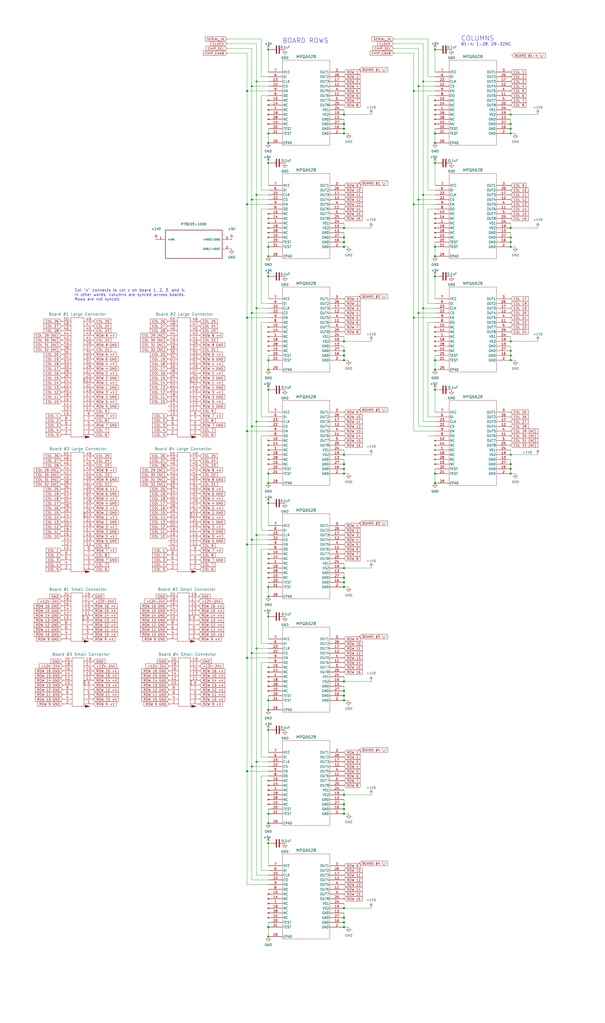
<source format=kicad_sch>
(kicad_sch (version 20230121) (generator eeschema)
  (paper "User" 324.993 550.012)
  (title_block (title "Luminator 16x112 Driver Board") (date "2021-12-20") (rev "1.2") (company "Designed by: Tyler Bowers"))
  (junction (at 144.145 376.555))
  (junction (at 233.68 87.63))
  (junction (at 227.33 165.735))
  (junction (at 274.32 132.715))
  (junction (at 274.32 61.595))
  (junction (at 184.785 66.675))
  (junction (at 222.25 109.855))
  (junction (at 132.715 292.735))
  (junction (at 274.32 69.215))
  (junction (at 274.32 130.175))
  (junction (at 184.785 366.395))
  (junction (at 274.32 122.555))
  (junction (at 144.145 76.835))
  (junction (at 135.255 229.235))
  (junction (at 274.32 244.475))
  (junction (at 274.32 249.555))
  (junction (at 184.785 371.475))
  (junction (at 137.795 226.695))
  (junction (at 184.785 493.395))
  (junction (at 144.145 315.595))
  (junction (at 184.785 310.515))
  (junction (at 144.145 148.59))
  (junction (at 274.32 252.095))
  (junction (at 184.785 495.935))
  (junction (at 184.785 249.555))
  (junction (at 184.785 376.555))
  (junction (at 144.145 453.39))
  (junction (at 144.145 437.515))
  (junction (at 274.32 66.675))
  (junction (at 144.145 381.635))
  (junction (at 137.795 409.575))
  (junction (at 233.68 254.635))
  (junction (at 137.795 165.735))
  (junction (at 132.715 170.815))
  (junction (at 184.785 434.975))
  (junction (at 274.32 127.635))
  (junction (at 184.785 374.015))
  (junction (at 144.145 498.475))
  (junction (at 135.255 168.275))
  (junction (at 144.145 193.675))
  (junction (at 227.33 43.815))
  (junction (at 184.785 191.135))
  (junction (at 144.145 137.795))
  (junction (at 144.145 331.47))
  (junction (at 233.68 209.55))
  (junction (at 184.785 61.595))
  (junction (at 144.145 392.43))
  (junction (at 274.32 254.635))
  (junction (at 184.785 193.675))
  (junction (at 144.145 503.555))
  (junction (at 233.68 148.59))
  (junction (at 224.79 168.275))
  (junction (at 144.145 71.755))
  (junction (at 184.785 313.055))
  (junction (at 144.145 270.51))
  (junction (at 135.255 290.195))
  (junction (at 184.785 127.635))
  (junction (at 132.715 231.775))
  (junction (at 184.785 183.515))
  (junction (at 222.25 48.895))
  (junction (at 274.32 183.515))
  (junction (at 184.785 254.635))
  (junction (at 233.68 26.67))
  (junction (at 184.785 498.475))
  (junction (at 137.795 104.775))
  (junction (at 184.785 69.215))
  (junction (at 274.32 193.675))
  (junction (at 132.715 48.895))
  (junction (at 184.785 188.595))
  (junction (at 233.68 132.715))
  (junction (at 184.785 122.555))
  (junction (at 233.68 137.795))
  (junction (at 144.145 26.67))
  (junction (at 224.79 46.355))
  (junction (at 184.785 71.755))
  (junction (at 224.79 107.315))
  (junction (at 135.255 46.355))
  (junction (at 184.785 130.175))
  (junction (at 132.715 414.655))
  (junction (at 135.255 351.155))
  (junction (at 135.255 412.115))
  (junction (at 132.715 353.695))
  (junction (at 227.33 104.775))
  (junction (at 274.32 71.755))
  (junction (at 233.68 76.835))
  (junction (at 137.795 43.815))
  (junction (at 144.145 254.635))
  (junction (at 233.68 259.715))
  (junction (at 184.785 437.515))
  (junction (at 144.145 442.595))
  (junction (at 184.785 244.475))
  (junction (at 144.145 132.715))
  (junction (at 144.145 87.63))
  (junction (at 184.785 488.315))
  (junction (at 184.785 132.715))
  (junction (at 274.32 191.135))
  (junction (at 144.145 209.55))
  (junction (at 184.785 432.435))
  (junction (at 135.255 107.315))
  (junction (at 222.25 170.815))
  (junction (at 137.795 348.615))
  (junction (at 233.68 71.755))
  (junction (at 144.145 320.675))
  (junction (at 274.32 188.595))
  (junction (at 233.68 198.755))
  (junction (at 144.145 259.715))
  (junction (at 184.785 427.355))
  (junction (at 184.785 305.435))
  (junction (at 184.785 252.095))
  (junction (at 144.145 198.755))
  (junction (at 137.795 287.655))
  (junction (at 233.68 193.675))
  (junction (at 184.785 315.595))
  (junction (at 132.715 109.855))
  (wire (pts (xy 144.145 112.395) (xy 140.335 112.395)))
  (wire (pts (xy 137.795 43.815) (xy 144.145 43.815)))
  (wire (pts (xy 144.145 498.475) (xy 144.145 503.555)))
  (wire (pts (xy 144.145 412.115) (xy 135.255 412.115)))
  (wire (pts (xy 184.785 59.055) (xy 184.785 61.595)))
  (wire (pts (xy 233.68 41.275) (xy 229.87 41.275)))
  (wire (pts (xy 274.32 59.055) (xy 274.32 61.595)))
  (wire (pts (xy 132.715 170.815) (xy 144.145 170.815)))
  (wire (pts (xy 233.68 71.755) (xy 233.68 76.835)))
  (wire (pts (xy 227.33 165.735) (xy 227.33 226.695)))
  (wire (pts (xy 184.785 71.755) (xy 187.325 71.755)))
  (wire (pts (xy 184.785 132.715) (xy 187.325 132.715)))
  (wire (pts (xy 144.145 107.315) (xy 135.255 107.315)))
  (wire (pts (xy 184.785 193.675) (xy 187.325 193.675)))
  (wire (pts (xy 184.785 252.095) (xy 184.785 254.635)))
  (wire (pts (xy 137.795 287.655) (xy 144.145 287.655)))
  (wire (pts (xy 233.68 254.635) (xy 233.68 259.715)))
  (wire (pts (xy 144.145 229.235) (xy 135.255 229.235)))
  (wire (pts (xy 211.455 28.575) (xy 222.25 28.575)))
  (wire (pts (xy 274.32 252.095) (xy 274.32 254.635)))
  (wire (pts (xy 140.335 285.115) (xy 144.145 285.115)))
  (wire (pts (xy 184.785 310.515) (xy 184.785 313.055)))
  (wire (pts (xy 222.25 231.775) (xy 233.68 231.775)))
  (wire (pts (xy 144.145 87.63) (xy 144.145 99.695)))
  (wire (pts (xy 137.795 287.655) (xy 137.795 348.615)))
  (wire (pts (xy 121.92 23.495) (xy 137.795 23.495)))
  (wire (pts (xy 274.32 247.015) (xy 274.32 249.555)))
  (wire (pts (xy 135.255 412.115) (xy 135.255 473.075)))
  (wire (pts (xy 222.25 170.815) (xy 222.25 231.775)))
  (wire (pts (xy 137.795 104.775) (xy 144.145 104.775)))
  (wire (pts (xy 229.87 112.395) (xy 229.87 163.195)))
  (wire (pts (xy 227.33 43.815) (xy 233.68 43.815)))
  (wire (pts (xy 233.68 51.435) (xy 229.87 51.435)))
  (wire (pts (xy 227.33 165.735) (xy 233.68 165.735)))
  (wire (pts (xy 233.68 168.275) (xy 224.79 168.275)))
  (wire (pts (xy 132.715 48.895) (xy 144.145 48.895)))
  (wire (pts (xy 144.145 173.355) (xy 140.335 173.355)))
  (wire (pts (xy 274.32 64.135) (xy 274.32 66.675)))
  (wire (pts (xy 184.785 376.555) (xy 187.325 376.555)))
  (wire (pts (xy 224.79 168.275) (xy 224.79 229.235)))
  (wire (pts (xy 144.145 374.015) (xy 144.145 376.555)))
  (wire (pts (xy 144.145 41.275) (xy 140.335 41.275)))
  (wire (pts (xy 184.785 66.675) (xy 184.785 69.215)))
  (wire (pts (xy 135.255 290.195) (xy 135.255 351.155)))
  (wire (pts (xy 233.68 229.235) (xy 224.79 229.235)))
  (wire (pts (xy 144.145 313.055) (xy 144.145 315.595)))
  (wire (pts (xy 144.145 224.155) (xy 140.335 224.155)))
  (wire (pts (xy 184.785 498.475) (xy 187.325 498.475)))
  (wire (pts (xy 274.32 120.015) (xy 274.32 122.555)))
  (wire (pts (xy 144.145 331.47) (xy 145.415 331.47)))
  (wire (pts (xy 184.785 130.175) (xy 184.785 132.715)))
  (wire (pts (xy 135.255 229.235) (xy 135.255 290.195)))
  (wire (pts (xy 274.32 69.215) (xy 274.32 71.755)))
  (wire (pts (xy 140.335 41.275) (xy 140.335 20.955)))
  (wire (pts (xy 274.32 188.595) (xy 274.32 191.135)))
  (wire (pts (xy 137.795 104.775) (xy 137.795 165.735)))
  (wire (pts (xy 184.785 432.435) (xy 184.785 434.975)))
  (wire (pts (xy 121.92 20.955) (xy 140.335 20.955)))
  (wire (pts (xy 274.32 244.475) (xy 288.925 244.475)))
  (wire (pts (xy 135.255 26.035) (xy 121.92 26.035)))
  (wire (pts (xy 274.32 125.095) (xy 274.32 127.635)))
  (wire (pts (xy 233.68 87.63) (xy 234.95 87.63)))
  (wire (pts (xy 140.335 295.275) (xy 140.335 346.075)))
  (wire (pts (xy 274.32 249.555) (xy 274.32 252.095)))
  (wire (pts (xy 184.785 127.635) (xy 184.785 130.175)))
  (wire (pts (xy 184.785 488.315) (xy 199.39 488.315)))
  (wire (pts (xy 222.25 48.895) (xy 222.25 109.855)))
  (wire (pts (xy 222.25 48.895) (xy 233.68 48.895)))
  (wire (pts (xy 140.335 163.195) (xy 144.145 163.195)))
  (wire (pts (xy 233.68 193.675) (xy 233.68 198.755)))
  (wire (pts (xy 144.145 290.195) (xy 135.255 290.195)))
  (wire (pts (xy 144.145 254.635) (xy 144.145 259.715)))
  (wire (pts (xy 233.68 209.55) (xy 233.68 221.615)))
  (wire (pts (xy 274.32 132.715) (xy 276.86 132.715)))
  (wire (pts (xy 132.715 292.735) (xy 144.145 292.735)))
  (wire (pts (xy 144.145 356.235) (xy 140.335 356.235)))
  (wire (pts (xy 184.785 424.815) (xy 184.785 427.355)))
  (wire (pts (xy 211.455 23.495) (xy 227.33 23.495)))
  (wire (pts (xy 135.255 351.155) (xy 135.255 412.115)))
  (wire (pts (xy 144.145 376.555) (xy 144.145 381.635)))
  (wire (pts (xy 224.79 107.315) (xy 224.79 168.275)))
  (wire (pts (xy 233.68 148.59) (xy 233.68 160.655)))
  (wire (pts (xy 135.255 107.315) (xy 135.255 168.275)))
  (wire (pts (xy 274.32 241.935) (xy 274.32 244.475)))
  (wire (pts (xy 184.785 495.935) (xy 184.785 498.475)))
  (wire (pts (xy 184.785 302.895) (xy 184.785 305.435)))
  (wire (pts (xy 144.145 168.275) (xy 135.255 168.275)))
  (wire (pts (xy 233.68 26.67) (xy 233.68 38.735)))
  (wire (pts (xy 184.785 374.015) (xy 184.785 376.555)))
  (wire (pts (xy 132.715 475.615) (xy 144.145 475.615)))
  (wire (pts (xy 274.32 186.055) (xy 274.32 188.595)))
  (wire (pts (xy 184.785 368.935) (xy 184.785 371.475)))
  (wire (pts (xy 137.795 409.575) (xy 144.145 409.575)))
  (wire (pts (xy 144.145 417.195) (xy 140.335 417.195)))
  (wire (pts (xy 184.785 493.395) (xy 184.785 495.935)))
  (wire (pts (xy 184.785 429.895) (xy 184.785 432.435)))
  (wire (pts (xy 274.32 127.635) (xy 274.32 130.175)))
  (wire (pts (xy 144.145 270.51) (xy 145.415 270.51)))
  (wire (pts (xy 137.795 470.535) (xy 144.145 470.535)))
  (wire (pts (xy 184.785 122.555) (xy 199.39 122.555)))
  (wire (pts (xy 144.145 270.51) (xy 144.145 282.575)))
  (wire (pts (xy 233.68 234.315) (xy 229.87 234.315)))
  (wire (pts (xy 144.145 295.275) (xy 140.335 295.275)))
  (wire (pts (xy 144.145 209.55) (xy 144.145 221.615)))
  (wire (pts (xy 184.785 485.775) (xy 184.785 488.315)))
  (wire (pts (xy 140.335 407.035) (xy 144.145 407.035)))
  (wire (pts (xy 233.68 130.175) (xy 233.68 132.715)))
  (wire (pts (xy 233.68 209.55) (xy 234.95 209.55)))
  (wire (pts (xy 144.145 148.59) (xy 144.145 160.655)))
  (wire (pts (xy 233.68 173.355) (xy 229.87 173.355)))
  (wire (pts (xy 184.785 305.435) (xy 199.39 305.435)))
  (wire (pts (xy 184.785 69.215) (xy 184.785 71.755)))
  (wire (pts (xy 274.32 66.675) (xy 274.32 69.215)))
  (wire (pts (xy 144.145 392.43) (xy 145.415 392.43)))
  (wire (pts (xy 135.255 168.275) (xy 135.255 229.235)))
  (wire (pts (xy 229.87 173.355) (xy 229.87 224.155)))
  (wire (pts (xy 137.795 226.695) (xy 137.795 287.655)))
  (wire (pts (xy 132.715 28.575) (xy 132.715 48.895)))
  (wire (pts (xy 132.715 170.815) (xy 132.715 231.775)))
  (wire (pts (xy 140.335 234.315) (xy 140.335 285.115)))
  (wire (pts (xy 184.785 186.055) (xy 184.785 188.595)))
  (wire (pts (xy 144.145 234.315) (xy 140.335 234.315)))
  (wire (pts (xy 137.795 226.695) (xy 144.145 226.695)))
  (wire (pts (xy 233.68 69.215) (xy 233.68 71.755)))
  (wire (pts (xy 144.145 315.595) (xy 144.145 320.675)))
  (wire (pts (xy 184.785 125.095) (xy 184.785 127.635)))
  (wire (pts (xy 144.145 26.67) (xy 144.145 38.735)))
  (wire (pts (xy 224.79 26.035) (xy 211.455 26.035)))
  (wire (pts (xy 184.785 188.595) (xy 184.785 191.135)))
  (wire (pts (xy 144.145 130.175) (xy 144.145 132.715)))
  (wire (pts (xy 144.145 193.675) (xy 144.145 198.755)))
  (wire (pts (xy 137.795 409.575) (xy 137.795 470.535)))
  (wire (pts (xy 184.785 61.595) (xy 199.39 61.595)))
  (wire (pts (xy 144.145 26.67) (xy 145.415 26.67)))
  (wire (pts (xy 132.715 292.735) (xy 132.715 353.695)))
  (wire (pts (xy 144.145 495.935) (xy 144.145 498.475)))
  (wire (pts (xy 274.32 180.975) (xy 274.32 183.515)))
  (wire (pts (xy 233.68 148.59) (xy 234.95 148.59)))
  (wire (pts (xy 227.33 226.695) (xy 233.68 226.695)))
  (wire (pts (xy 184.785 427.355) (xy 199.39 427.355)))
  (wire (pts (xy 121.92 28.575) (xy 132.715 28.575)))
  (wire (pts (xy 144.145 51.435) (xy 140.335 51.435)))
  (wire (pts (xy 140.335 112.395) (xy 140.335 163.195)))
  (wire (pts (xy 135.255 26.035) (xy 135.255 46.355)))
  (wire (pts (xy 233.68 107.315) (xy 224.79 107.315)))
  (wire (pts (xy 274.32 122.555) (xy 288.925 122.555)))
  (wire (pts (xy 144.145 351.155) (xy 135.255 351.155)))
  (wire (pts (xy 184.785 366.395) (xy 199.39 366.395)))
  (wire (pts (xy 184.785 434.975) (xy 184.785 437.515)))
  (wire (pts (xy 144.145 148.59) (xy 145.415 148.59)))
  (wire (pts (xy 233.68 87.63) (xy 233.68 99.695)))
  (wire (pts (xy 274.32 191.135) (xy 274.32 193.675)))
  (wire (pts (xy 140.335 51.435) (xy 140.335 102.235)))
  (wire (pts (xy 184.785 241.935) (xy 184.785 244.475)))
  (wire (pts (xy 137.795 165.735) (xy 144.145 165.735)))
  (wire (pts (xy 184.785 307.975) (xy 184.785 310.515)))
  (wire (pts (xy 274.32 183.515) (xy 288.925 183.515)))
  (wire (pts (xy 184.785 315.595) (xy 187.325 315.595)))
  (wire (pts (xy 144.145 191.135) (xy 144.145 193.675)))
  (wire (pts (xy 144.145 434.975) (xy 144.145 437.515)))
  (wire (pts (xy 222.25 170.815) (xy 233.68 170.815)))
  (wire (pts (xy 229.87 51.435) (xy 229.87 102.235)))
  (wire (pts (xy 229.87 163.195) (xy 233.68 163.195)))
  (wire (pts (xy 137.795 43.815) (xy 137.795 104.775)))
  (wire (pts (xy 184.785 363.855) (xy 184.785 366.395)))
  (wire (pts (xy 132.715 231.775) (xy 132.715 292.735)))
  (wire (pts (xy 222.25 109.855) (xy 233.68 109.855)))
  (wire (pts (xy 137.795 23.495) (xy 137.795 43.815)))
  (wire (pts (xy 144.145 132.715) (xy 144.145 137.795)))
  (wire (pts (xy 132.715 109.855) (xy 144.145 109.855)))
  (wire (pts (xy 184.785 191.135) (xy 184.785 193.675)))
  (wire (pts (xy 274.32 130.175) (xy 274.32 132.715)))
  (wire (pts (xy 137.795 165.735) (xy 137.795 226.695)))
  (wire (pts (xy 274.32 61.595) (xy 288.925 61.595)))
  (wire (pts (xy 144.145 252.095) (xy 144.145 254.635)))
  (wire (pts (xy 144.145 102.235) (xy 140.335 102.235)))
  (wire (pts (xy 144.145 437.515) (xy 144.145 442.595)))
  (wire (pts (xy 229.87 41.275) (xy 229.87 20.955)))
  (wire (pts (xy 274.32 193.675) (xy 276.86 193.675)))
  (wire (pts (xy 144.145 46.355) (xy 135.255 46.355)))
  (wire (pts (xy 132.715 353.695) (xy 132.715 414.655)))
  (wire (pts (xy 184.785 249.555) (xy 184.785 252.095)))
  (wire (pts (xy 144.145 346.075) (xy 140.335 346.075)))
  (wire (pts (xy 233.68 26.67) (xy 234.95 26.67)))
  (wire (pts (xy 233.68 132.715) (xy 233.68 137.795)))
  (wire (pts (xy 184.785 247.015) (xy 184.785 249.555)))
  (wire (pts (xy 144.145 473.075) (xy 135.255 473.075)))
  (wire (pts (xy 211.455 20.955) (xy 229.87 20.955)))
  (wire (pts (xy 224.79 46.355) (xy 224.79 107.315)))
  (wire (pts (xy 184.785 183.515) (xy 199.39 183.515)))
  (wire (pts (xy 144.145 87.63) (xy 145.415 87.63)))
  (wire (pts (xy 224.79 26.035) (xy 224.79 46.355)))
  (wire (pts (xy 132.715 231.775) (xy 144.145 231.775)))
  (wire (pts (xy 233.68 252.095) (xy 233.68 254.635)))
  (wire (pts (xy 144.145 453.39) (xy 145.415 453.39)))
  (wire (pts (xy 137.795 348.615) (xy 137.795 409.575)))
  (wire (pts (xy 184.785 120.015) (xy 184.785 122.555)))
  (wire (pts (xy 144.145 392.43) (xy 144.145 404.495)))
  (wire (pts (xy 227.33 104.775) (xy 227.33 165.735)))
  (wire (pts (xy 274.32 254.635) (xy 276.86 254.635)))
  (wire (pts (xy 144.145 69.215) (xy 144.145 71.755)))
  (wire (pts (xy 132.715 414.655) (xy 144.145 414.655)))
  (wire (pts (xy 222.25 28.575) (xy 222.25 48.895)))
  (wire (pts (xy 233.68 46.355) (xy 224.79 46.355)))
  (wire (pts (xy 184.785 64.135) (xy 184.785 66.675)))
  (wire (pts (xy 140.335 173.355) (xy 140.335 224.155)))
  (wire (pts (xy 144.145 209.55) (xy 145.415 209.55)))
  (wire (pts (xy 184.785 180.975) (xy 184.785 183.515)))
  (wire (pts (xy 233.68 112.395) (xy 229.87 112.395)))
  (wire (pts (xy 132.715 48.895) (xy 132.715 109.855)))
  (wire (pts (xy 184.785 254.635) (xy 187.325 254.635)))
  (wire (pts (xy 132.715 353.695) (xy 144.145 353.695)))
  (wire (pts (xy 274.32 71.755) (xy 276.86 71.755)))
  (wire (pts (xy 227.33 23.495) (xy 227.33 43.815)))
  (wire (pts (xy 184.785 371.475) (xy 184.785 374.015)))
  (wire (pts (xy 144.145 453.39) (xy 144.145 465.455)))
  (wire (pts (xy 227.33 43.815) (xy 227.33 104.775)))
  (wire (pts (xy 233.68 191.135) (xy 233.68 193.675)))
  (wire (pts (xy 184.785 437.515) (xy 187.325 437.515)))
  (wire (pts (xy 144.145 331.47) (xy 144.145 343.535)))
  (wire (pts (xy 184.785 313.055) (xy 184.785 315.595)))
  (wire (pts (xy 135.255 46.355) (xy 135.255 107.315)))
  (wire (pts (xy 184.785 244.475) (xy 199.39 244.475)))
  (wire (pts (xy 132.715 109.855) (xy 132.715 170.815)))
  (wire (pts (xy 233.68 224.155) (xy 229.87 224.155)))
  (wire (pts (xy 144.145 71.755) (xy 144.145 76.835)))
  (wire (pts (xy 233.68 102.235) (xy 229.87 102.235)))
  (wire (pts (xy 184.785 490.855) (xy 184.785 493.395)))
  (wire (pts (xy 227.33 104.775) (xy 233.68 104.775)))
  (wire (pts (xy 140.335 417.195) (xy 140.335 467.995)))
  (wire (pts (xy 132.715 414.655) (xy 132.715 475.615)))
  (wire (pts (xy 144.145 467.995) (xy 140.335 467.995)))
  (wire (pts (xy 137.795 348.615) (xy 144.145 348.615)))
  (wire (pts (xy 222.25 109.855) (xy 222.25 170.815)))
  (wire (pts (xy 140.335 356.235) (xy 140.335 407.035)))
  (text "Col \"x\" connects to col x on board 1, 2, 3, and 4.\nIn other words, columns are synced across boards.\nRows are not synced." (at 40.005 161.925 0) (effects (font (size 1.5 1.5)) (justify left bottom)))
  (text "B1-4: 1-28, 29-32NC " (at 247.65 24.765 0) (effects (font (size 1.5 1.5)) (justify left bottom)))
  (text "BOARD ROWS" (at 151.765 23.495 0) (effects (font (size 2.5 2.5)) (justify left bottom)))
  (text "COLUMNS" (at 247.65 22.225 0) (effects (font (size 2.5 2.5)) (justify left bottom)))
  (global_label "ROW 16 +V" (shape input) (at 107.315 360.68 0) (property "Intersheetrefs" "${INTERSHEET_REFS}" (effects hide)))
  (global_label "COL 29 (NC)" (shape input) (at 90.17 252.73 180) (property "Intersheetrefs" "${INTERSHEET_REFS}" (effects hide)))
  (global_label "COL 13" (shape input) (at 33.02 208.28 180) (property "Intersheetrefs" "${INTERSHEET_REFS}" (effects hide)))
  (global_label "ROW 7" (shape input) (at 184.785 53.975 0) (property "Intersheetrefs" "${INTERSHEET_REFS}" (effects hide)))
  (global_label "ROW 3 +V" (shape input) (at 50.165 210.82 0) (property "Intersheetrefs" "${INTERSHEET_REFS}" (effects hide)))
  (global_label "ROW 2 GND" (shape input) (at 107.315 203.2 0) (property "Intersheetrefs" "${INTERSHEET_REFS}" (effects hide)))
  (global_label "+12V-24V" (shape input) (at 106.68 323.215 0) (property "Intersheetrefs" "${INTERSHEET_REFS}" (effects hide)))
  (global_label "COL 26" (shape input) (at 33.02 172.72 180) (property "Intersheetrefs" "${INTERSHEET_REFS}" (effects hide)))
  (global_label "ROW 2" (shape input) (at 184.785 163.195 0) (property "Intersheetrefs" "${INTERSHEET_REFS}" (effects hide)))
  (global_label "ROW 2 +V" (shape input) (at 107.315 273.05 0) (property "Intersheetrefs" "${INTERSHEET_REFS}" (effects hide)))
  (global_label "COL 19" (shape input) (at 274.32 165.735 0) (property "Intersheetrefs" "${INTERSHEET_REFS}" (effects hide)))
  (global_label "ROW 6" (shape input) (at 184.785 51.435 0) (property "Intersheetrefs" "${INTERSHEET_REFS}" (effects hide)))
  (global_label "COL 16" (shape input) (at 90.17 200.66 180) (property "Intersheetrefs" "${INTERSHEET_REFS}" (effects hide)))
  (global_label "COL 11" (shape input) (at 33.02 285.75 180) (property "Intersheetrefs" "${INTERSHEET_REFS}" (effects hide)))
  (global_label "ROW 2 GND" (shape input) (at 50.165 275.59 0) (property "Intersheetrefs" "${INTERSHEET_REFS}" (effects hide)))
  (global_label "ROW 14 +V" (shape input) (at 106.68 330.835 0) (property "Intersheetrefs" "${INTERSHEET_REFS}" (effects hide)))
  (global_label "ROW 13" (shape input) (at 184.785 475.615 0) (property "Intersheetrefs" "${INTERSHEET_REFS}" (effects hide)))
  (global_label "ROW 15 +V" (shape input) (at 50.165 363.22 0) (property "Intersheetrefs" "${INTERSHEET_REFS}" (effects hide)))
  (global_label "COL 7" (shape input) (at 50.165 231.14 0) (property "Intersheetrefs" "${INTERSHEET_REFS}" (effects hide)))
  (global_label "COL 15" (shape input) (at 33.02 203.2 180) (property "Intersheetrefs" "${INTERSHEET_REFS}" (effects hide)))
  (global_label "COL 10" (shape input) (at 90.17 288.29 180) (property "Intersheetrefs" "${INTERSHEET_REFS}" (effects hide)))
  (global_label "COL 25" (shape input) (at 50.165 245.11 0) (property "Intersheetrefs" "${INTERSHEET_REFS}" (effects hide)))
  (global_label "+12V-24V" (shape input) (at 33.02 323.215 180) (property "Intersheetrefs" "${INTERSHEET_REFS}" (effects hide)))
  (global_label "COL 5" (shape input) (at 33.02 306.07 180) (property "Intersheetrefs" "${INTERSHEET_REFS}" (effects hide)))
  (global_label "ROW 2 +V" (shape input) (at 50.165 273.05 0) (property "Intersheetrefs" "${INTERSHEET_REFS}" (effects hide)))
  (global_label "COL 27" (shape input) (at 33.02 175.26 180) (property "Intersheetrefs" "${INTERSHEET_REFS}" (effects hide)))
  (global_label "ROW 8 GND" (shape input) (at 50.165 185.42 0) (property "Intersheetrefs" "${INTERSHEET_REFS}" (effects hide)))
  (global_label "ROW 1 GND" (shape input) (at 107.315 280.67 0) (property "Intersheetrefs" "${INTERSHEET_REFS}" (effects hide)))
  (global_label "ROW 1" (shape input) (at 184.785 160.655 0) (property "Intersheetrefs" "${INTERSHEET_REFS}" (effects hide)))
  (global_label "COL 15" (shape input) (at 274.32 114.935 0) (property "Intersheetrefs" "${INTERSHEET_REFS}" (effects hide)))
  (global_label "COL 18" (shape input) (at 274.32 163.195 0) (property "Intersheetrefs" "${INTERSHEET_REFS}" (effects hide)))
  (global_label "ROW 14 GND" (shape input) (at 90.805 365.76 180) (property "Intersheetrefs" "${INTERSHEET_REFS}" (effects hide)))
  (global_label "ROW 5 GND" (shape input) (at 50.165 290.83 0) (property "Intersheetrefs" "${INTERSHEET_REFS}" (effects hide)))
  (global_label "COL 24" (shape input) (at 50.165 247.65 0) (property "Intersheetrefs" "${INTERSHEET_REFS}" (effects hide)))
  (global_label "ROW 9" (shape input) (at 184.785 343.535 0) (property "Intersheetrefs" "${INTERSHEET_REFS}" (effects hide)))
  (global_label "ROW 12 GND" (shape input) (at 90.805 370.84 180) (property "Intersheetrefs" "${INTERSHEET_REFS}" (effects hide)))
  (global_label "ROW 12 +V" (shape input) (at 106.68 335.915 0) (property "Intersheetrefs" "${INTERSHEET_REFS}" (effects hide)))
  (global_label "COL 6" (shape input) (at 107.315 233.68 0) (property "Intersheetrefs" "${INTERSHEET_REFS}" (effects hide)))
  (global_label "+12V-24V" (shape input) (at 90.17 323.215 180) (property "Intersheetrefs" "${INTERSHEET_REFS}" (effects hide)))
  (global_label "ROW 3 GND" (shape input) (at 50.165 285.75 0) (property "Intersheetrefs" "${INTERSHEET_REFS}" (effects hide)))
  (global_label "ROW 10 +V" (shape input) (at 50.165 375.92 0) (property "Intersheetrefs" "${INTERSHEET_REFS}" (effects hide)))
  (global_label "COL 21" (shape input) (at 107.315 187.96 0) (property "Intersheetrefs" "${INTERSHEET_REFS}" (effects hide)))
  (global_label "ROW 8" (shape input) (at 184.785 422.275 0) (property "Intersheetrefs" "${INTERSHEET_REFS}" (effects hide)))
  (global_label "COL 27" (shape input) (at 90.17 247.65 180) (property "Intersheetrefs" "${INTERSHEET_REFS}" (effects hide)))
  (global_label "ROW 5 GND" (shape input) (at 50.165 218.44 0) (property "Intersheetrefs" "${INTERSHEET_REFS}" (effects hide)))
  (global_label "ROW 6 GND" (shape input) (at 107.315 193.04 0) (property "Intersheetrefs" "${INTERSHEET_REFS}" (effects hide)))
  (global_label "COL 17" (shape input) (at 33.02 270.51 180) (property "Intersheetrefs" "${INTERSHEET_REFS}" (effects hide)))
  (global_label "ROW 8" (shape input) (at 184.785 300.355 0) (property "Intersheetrefs" "${INTERSHEET_REFS}" (effects hide)))
  (global_label "ROW 16" (shape input) (at 184.785 483.235 0) (property "Intersheetrefs" "${INTERSHEET_REFS}" (effects hide)))
  (global_label "ROW 16 GND" (shape input) (at 90.805 360.68 180) (property "Intersheetrefs" "${INTERSHEET_REFS}" (effects hide)))
  (global_label "GND" (shape input) (at 106.68 320.675 0) (property "Intersheetrefs" "${INTERSHEET_REFS}" (effects hide)))
  (global_label "COL 16" (shape input) (at 33.02 200.66 180) (property "Intersheetrefs" "${INTERSHEET_REFS}" (effects hide)))
  (global_label "ROW 11 +V" (shape input) (at 106.68 338.455 0) (property "Intersheetrefs" "${INTERSHEET_REFS}" (effects hide)))
  (global_label "ROW 4 GND" (shape input) (at 50.165 198.12 0) (property "Intersheetrefs" "${INTERSHEET_REFS}" (effects hide)))
  (global_label "COL 8" (shape input) (at 50.165 226.06 0) (property "Intersheetrefs" "${INTERSHEET_REFS}" (effects hide)))
  (global_label "ROW 13 +V" (shape input) (at 106.68 333.375 0) (property "Intersheetrefs" "${INTERSHEET_REFS}" (effects hide)))
  (global_label "ROW 13" (shape input) (at 184.785 353.695 0) (property "Intersheetrefs" "${INTERSHEET_REFS}" (effects hide)))
  (global_label "ROW 3 +V" (shape input) (at 107.315 283.21 0) (property "Intersheetrefs" "${INTERSHEET_REFS}" (effects hide)))
  (global_label "COL 23" (shape input) (at 274.32 175.895 0) (property "Intersheetrefs" "${INTERSHEET_REFS}" (effects hide)))
  (global_label "COL 28" (shape input) (at 90.17 177.8 180) (property "Intersheetrefs" "${INTERSHEET_REFS}" (effects hide)))
  (global_label "ROW 13" (shape input) (at 184.785 231.775 0) (property "Intersheetrefs" "${INTERSHEET_REFS}" (effects hide)))
  (global_label "ROW 3 GND" (shape input) (at 107.315 285.75 0) (property "Intersheetrefs" "${INTERSHEET_REFS}" (effects hide)))
  (global_label "COL 4" (shape input) (at 274.32 46.355 0) (property "Intersheetrefs" "${INTERSHEET_REFS}" (effects hide)))
  (global_label "ROW 1" (shape input) (at 184.785 282.575 0) (property "Intersheetrefs" "${INTERSHEET_REFS}" (effects hide)))
  (global_label "CHIP_ENAB" (shape input) (at 211.455 28.575 180) (property "Intersheetrefs" "${INTERSHEET_REFS}" (effects hide)))
  (global_label "ROW 15 GND" (shape input) (at 33.02 328.295 180) (property "Intersheetrefs" "${INTERSHEET_REFS}" (effects hide)))
  (global_label "ROW 4" (shape input) (at 184.785 168.275 0) (property "Intersheetrefs" "${INTERSHEET_REFS}" (effects hide)))
  (global_label "ROW 13 +V" (shape input) (at 107.315 368.3 0) (property "Intersheetrefs" "${INTERSHEET_REFS}" (effects hide)))
  (global_label "ROW 1 +V" (shape input) (at 107.315 278.13 0) (property "Intersheetrefs" "${INTERSHEET_REFS}" (effects hide)))
  (global_label "+12V-24V" (shape input) (at 90.805 358.14 180) (property "Intersheetrefs" "${INTERSHEET_REFS}" (effects hide)))
  (global_label "ROW 2 GND" (shape input) (at 50.165 203.2 0) (property "Intersheetrefs" "${INTERSHEET_REFS}" (effects hide)))
  (global_label "ROW 10 +V" (shape input) (at 49.53 340.995 0) (property "Intersheetrefs" "${INTERSHEET_REFS}" (effects hide)))
  (global_label "ROW 12" (shape input) (at 184.785 107.315 0) (property "Intersheetrefs" "${INTERSHEET_REFS}" (effects hide)))
  (global_label "ROW 10" (shape input) (at 184.785 102.235 0) (property "Intersheetrefs" "${INTERSHEET_REFS}" (effects hide)))
  (global_label "COL 21" (shape input) (at 107.315 260.35 0) (property "Intersheetrefs" "${INTERSHEET_REFS}" (effects hide)))
  (global_label "ROW 14 GND" (shape input) (at 90.17 330.835 180) (property "Intersheetrefs" "${INTERSHEET_REFS}" (effects hide)))
  (global_label "ROW 6 +V" (shape input) (at 107.315 190.5 0) (property "Intersheetrefs" "${INTERSHEET_REFS}" (effects hide)))
  (global_label "COL 17" (shape input) (at 33.02 198.12 180) (property "Intersheetrefs" "${INTERSHEET_REFS}" (effects hide)))
  (global_label "ROW 9 GND" (shape input) (at 90.17 343.535 180) (property "Intersheetrefs" "${INTERSHEET_REFS}" (effects hide)))
  (global_label "ROW 16 GND" (shape input) (at 33.02 325.755 180) (property "Intersheetrefs" "${INTERSHEET_REFS}" (effects hide)))
  (global_label "ROW 1" (shape input) (at 184.785 38.735 0) (property "Intersheetrefs" "${INTERSHEET_REFS}" (effects hide)))
  (global_label "COL 14" (shape input) (at 90.17 278.13 180) (property "Intersheetrefs" "${INTERSHEET_REFS}" (effects hide)))
  (global_label "ROW 9 GND" (shape input) (at 33.655 378.46 180) (property "Intersheetrefs" "${INTERSHEET_REFS}" (effects hide)))
  (global_label "ROW 11 +V" (shape input) (at 107.315 373.38 0) (property "Intersheetrefs" "${INTERSHEET_REFS}" (effects hide)))
  (global_label "ROW 3" (shape input) (at 184.785 287.655 0) (property "Intersheetrefs" "${INTERSHEET_REFS}" (effects hide)))
  (global_label "+12V-24V" (shape input) (at 107.315 358.14 0) (property "Intersheetrefs" "${INTERSHEET_REFS}" (effects hide)))
  (global_label "COL 13" (shape input) (at 90.17 208.28 180) (property "Intersheetrefs" "${INTERSHEET_REFS}" (effects hide)))
  (global_label "COL 23" (shape input) (at 107.315 250.19 0) (property "Intersheetrefs" "${INTERSHEET_REFS}" (effects hide)))
  (global_label "ROW 15 +V" (shape input) (at 107.315 363.22 0) (property "Intersheetrefs" "${INTERSHEET_REFS}" (effects hide)))
  (global_label "GND" (shape input) (at 90.17 320.675 180) (property "Intersheetrefs" "${INTERSHEET_REFS}" (effects hide)))
  (global_label "COL 5" (shape input) (at 33.02 233.68 180) (property "Intersheetrefs" "${INTERSHEET_REFS}" (effects hide)))
  (global_label "COL 3" (shape input) (at 90.17 228.6 180) (property "Intersheetrefs" "${INTERSHEET_REFS}" (effects hide)))
  (global_label "COL 32 (NC)" (shape input) (at 90.17 187.96 180) (property "Intersheetrefs" "${INTERSHEET_REFS}" (effects hide)))
  (global_label "ROW 9 +V" (shape input) (at 106.68 343.535 0) (property "Intersheetrefs" "${INTERSHEET_REFS}" (effects hide)))
  (global_label "ROW 1 GND" (shape input) (at 50.165 208.28 0) (property "Intersheetrefs" "${INTERSHEET_REFS}" (effects hide)))
  (global_label "COL 16" (shape input) (at 90.17 273.05 180) (property "Intersheetrefs" "${INTERSHEET_REFS}" (effects hide)))
  (global_label "ROW 13 GND" (shape input) (at 90.805 368.3 180) (property "Intersheetrefs" "${INTERSHEET_REFS}" (effects hide)))
  (global_label "COL 21" (shape input) (at 50.165 260.35 0) (property "Intersheetrefs" "${INTERSHEET_REFS}" (effects hide)))
  (global_label "COL 9" (shape input) (at 107.315 293.37 0) (property "Intersheetrefs" "${INTERSHEET_REFS}" (effects hide)))
  (global_label "BOARD #1 \\{slash}" (shape input) (at 193.04 37.465 0) (property "Intersheetrefs" "${INTERSHEET_REFS}" (effects hide)))
  (global_label "COL 28" (shape input) (at 90.17 250.19 180) (property "Intersheetrefs" "${INTERSHEET_REFS}" (effects hide)))
  (global_label "ROW 11 GND" (shape input) (at 90.805 373.38 180) (property "Intersheetrefs" "${INTERSHEET_REFS}" (effects hide)))
  (global_label "COL 4" (shape input) (at 33.02 303.53 180) (property "Intersheetrefs" "${INTERSHEET_REFS}" (effects hide)))
  (global_label "BOARD #3 \\{slash}" (shape input) (at 193.04 281.305 0) (property "Intersheetrefs" "${INTERSHEET_REFS}" (effects hide)))
  (global_label "CHIP_SEL" (shape input) (at 121.92 26.035 180) (property "Intersheetrefs" "${INTERSHEET_REFS}" (effects hide)))
  (global_label "ROW 10" (shape input) (at 184.785 224.155 0) (property "Intersheetrefs" "${INTERSHEET_REFS}" (effects hide)))
  (global_label "COL 2" (shape input) (at 33.02 298.45 180) (property "Intersheetrefs" "${INTERSHEET_REFS}" (effects hide)))
  (global_label "COL 28" (shape input) (at 33.02 250.19 180) (property "Intersheetrefs" "${INTERSHEET_REFS}" (effects hide)))
  (global_label "COL 13" (shape input) (at 90.17 280.67 180) (property "Intersheetrefs" "${INTERSHEET_REFS}" (effects hide)))
  (global_label "COL 11" (shape input) (at 274.32 104.775 0) (property "Intersheetrefs" "${INTERSHEET_REFS}" (effects hide)))
  (global_label "COL 29 (NC)" (shape input) (at 90.17 180.34 180) (property "Intersheetrefs" "${INTERSHEET_REFS}" (effects hide)))
  (global_label "CLOCK" (shape input) (at 121.92 23.495 180) (property "Intersheetrefs" "${INTERSHEET_REFS}" (effects hide)))
  (global_label "ROW 12 GND" (shape input) (at 33.655 370.84 180) (property "Intersheetrefs" "${INTERSHEET_REFS}" (effects hide)))
  (global_label "COL 27" (shape input) (at 33.02 247.65 180) (property "Intersheetrefs" "${INTERSHEET_REFS}" (effects hide)))
  (global_label "COL 23" (shape input) (at 107.315 177.8 0) (property "Intersheetrefs" "${INTERSHEET_REFS}" (effects hide)))
  (global_label "COL 17" (shape input) (at 274.32 160.655 0) (property "Intersheetrefs" "${INTERSHEET_REFS}" (effects hide)))
  (global_label "BOARD #1-4 \\{slash}" (shape input) (at 274.955 29.845 0) (property "Intersheetrefs" "${INTERSHEET_REFS}" (effects hide)))
  (global_label "COL 30 (NC)" (shape input) (at 274.32 234.315 0) (property "Intersheetrefs" "${INTERSHEET_REFS}" (effects hide)))
  (global_label "ROW 10 +V" (shape input) (at 107.315 375.92 0) (property "Intersheetrefs" "${INTERSHEET_REFS}" (effects hide)))
  (global_label "ROW 4 GND" (shape input) (at 50.165 270.51 0) (property "Intersheetrefs" "${INTERSHEET_REFS}" (effects hide)))
  (global_label "CLOCK" (shape input) (at 211.455 23.495 180) (property "Intersheetrefs" "${INTERSHEET_REFS}" (effects hide)))
  (global_label "ROW 6 GND" (shape input) (at 50.165 193.04 0) (property "Intersheetrefs" "${INTERSHEET_REFS}" (effects hide)))
  (global_label "ROW 4 +V" (shape input) (at 50.165 267.97 0) (property "Intersheetrefs" "${INTERSHEET_REFS}" (effects hide)))
  (global_label "ROW 13 GND" (shape input) (at 33.655 368.3 180) (property "Intersheetrefs" "${INTERSHEET_REFS}" (effects hide)))
  (global_label "ROW 8 +V" (shape input) (at 107.315 180.34 0) (property "Intersheetrefs" "${INTERSHEET_REFS}" (effects hide)))
  (global_label "COL 16" (shape input) (at 33.02 273.05 180) (property "Intersheetrefs" "${INTERSHEET_REFS}" (effects hide)))
  (global_label "ROW 1 GND" (shape input) (at 50.165 280.67 0) (property "Intersheetrefs" "${INTERSHEET_REFS}" (effects hide)))
  (global_label "ROW 12 +V" (shape input) (at 50.165 370.84 0) (property "Intersheetrefs" "${INTERSHEET_REFS}" (effects hide)))
  (global_label "ROW 13 +V" (shape input) (at 49.53 333.375 0) (property "Intersheetrefs" "${INTERSHEET_REFS}" (effects hide)))
  (global_label "ROW 5" (shape input) (at 184.785 170.815 0) (property "Intersheetrefs" "${INTERSHEET_REFS}" (effects hide)))
  (global_label "ROW 7 +V" (shape input) (at 107.315 223.52 0) (property "Intersheetrefs" "${INTERSHEET_REFS}" (effects hide)))
  (global_label "COL 31 (NC)" (shape input) (at 90.17 257.81 180) (property "Intersheetrefs" "${INTERSHEET_REFS}" (effects hide)))
  (global_label "ROW 12" (shape input) (at 184.785 351.155 0) (property "Intersheetrefs" "${INTERSHEET_REFS}" (effects hide)))
  (global_label "CHIP_ENAB" (shape input) (at 121.92 28.575 180) (property "Intersheetrefs" "${INTERSHEET_REFS}" (effects hide)))
  (global_label "ROW 15 GND" (shape input) (at 33.655 363.22 180) (property "Intersheetrefs" "${INTERSHEET_REFS}" (effects hide)))
  (global_label "ROW 13 GND" (shape input) (at 90.17 333.375 180) (property "Intersheetrefs" "${INTERSHEET_REFS}" (effects hide)))
  (global_label "ROW 11" (shape input) (at 184.785 470.535 0) (property "Intersheetrefs" "${INTERSHEET_REFS}" (effects hide)))
  (global_label "ROW 7 +V" (shape input) (at 50.165 295.91 0) (property "Intersheetrefs" "${INTERSHEET_REFS}" (effects hide)))
  (global_label "ROW 12 GND" (shape input) (at 90.17 335.915 180) (property "Intersheetrefs" "${INTERSHEET_REFS}" (effects hide)))
  (global_label "ROW 7 +V" (shape input) (at 50.165 223.52 0) (property "Intersheetrefs" "${INTERSHEET_REFS}" (effects hide)))
  (global_label "COL 17" (shape input) (at 90.17 198.12 180) (property "Intersheetrefs" "${INTERSHEET_REFS}" (effects hide)))
  (global_label "COL 5" (shape input) (at 274.32 48.895 0) (property "Intersheetrefs" "${INTERSHEET_REFS}" (effects hide)))
  (global_label "COL 19" (shape input) (at 33.02 265.43 180) (property "Intersheetrefs" "${INTERSHEET_REFS}" (effects hide)))
  (global_label "ROW 15 +V" (shape input) (at 106.68 328.295 0) (property "Intersheetrefs" "${INTERSHEET_REFS}" (effects hide)))
  (global_label "ROW 11 +V" (shape input) (at 49.53 338.455 0) (property "Intersheetrefs" "${INTERSHEET_REFS}" (effects hide)))
  (global_label "COL 3" (shape input) (at 33.02 228.6 180) (property "Intersheetrefs" "${INTERSHEET_REFS}" (effects hide)))
  (global_label "COL 9" (shape input) (at 50.165 293.37 0) (property "Intersheetrefs" "${INTERSHEET_REFS}" (effects hide)))
  (global_label "COL 27" (shape input) (at 90.17 175.26 180) (property "Intersheetrefs" "${INTERSHEET_REFS}" (effects hide)))
  (global_label "ROW 9" (shape input) (at 184.785 465.455 0) (property "Intersheetrefs" "${INTERSHEET_REFS}" (effects hide)))
  (global_label "ROW 5 +V" (shape input) (at 107.315 215.9 0) (property "Intersheetrefs" "${INTERSHEET_REFS}" (effects hide)))
  (global_label "ROW 16 +V" (shape input) (at 50.165 360.68 0) (property "Intersheetrefs" "${INTERSHEET_REFS}" (effects hide)))
  (global_label "ROW 15 GND" (shape input) (at 90.17 328.295 180) (property "Intersheetrefs" "${INTERSHEET_REFS}" (effects hide)))
  (global_label "ROW 5 +V" (shape input) (at 50.165 215.9 0) (property "Intersheetrefs" "${INTERSHEET_REFS}" (effects hide)))
  (global_label "ROW 5 GND" (shape input) (at 107.315 290.83 0) (property "Intersheetrefs" "${INTERSHEET_REFS}" (effects hide)))
  (global_label "ROW 12 +V" (shape input) (at 49.53 335.915 0) (property "Intersheetrefs" "${INTERSHEET_REFS}" (effects hide)))
  (global_label "COL 1" (shape input) (at 33.02 223.52 180) (property "Intersheetrefs" "${INTERSHEET_REFS}" (effects hide)))
  (global_label "ROW 3" (shape input) (at 184.785 409.575 0) (property "Intersheetrefs" "${INTERSHEET_REFS}" (effects hide)))
  (global_label "ROW 10 GND" (shape input) (at 90.17 340.995 180) (property "Intersheetrefs" "${INTERSHEET_REFS}" (effects hide)))
  (global_label "ROW 2 +V" (shape input) (at 107.315 200.66 0) (property "Intersheetrefs" "${INTERSHEET_REFS}" (effects hide)))
  (global_label "ROW 12" (shape input) (at 184.785 473.075 0) (property "Intersheetrefs" "${INTERSHEET_REFS}" (effects hide)))
  (global_label "COL 11" (shape input) (at 90.17 285.75 180) (property "Intersheetrefs" "${INTERSHEET_REFS}" (effects hide)))
  (global_label "COL 1" (shape input) (at 90.17 223.52 180) (property "Intersheetrefs" "${INTERSHEET_REFS}" (effects hide)))
  (global_label "COL 31 (NC)" (shape input) (at 33.02 257.81 180) (property "Intersheetrefs" "${INTERSHEET_REFS}" (effects hide)))
  (global_label "ROW 1 +V" (shape input) (at 50.165 205.74 0) (property "Intersheetrefs" "${INTERSHEET_REFS}" (effects hide)))
  (global_label "COL 3" (shape input) (at 90.17 300.99 180) (property "Intersheetrefs" "${INTERSHEET_REFS}" (effects hide)))
  (global_label "COL 29 (NC)" (shape input) (at 33.02 180.34 180) (property "Intersheetrefs" "${INTERSHEET_REFS}" (effects hide)))
  (global_label "COL 25" (shape input) (at 107.315 245.11 0) (property "Intersheetrefs" "${INTERSHEET_REFS}" (effects hide)))
  (global_label "ROW 2" (shape input) (at 184.785 285.115 0) (property "Intersheetrefs" "${INTERSHEET_REFS}" (effects hide)))
  (global_label "COL 31 (NC)" (shape input) (at 33.02 185.42 180) (property "Intersheetrefs" "${INTERSHEET_REFS}" (effects hide)))
  (global_label "ROW 11" (shape input) (at 184.785 226.695 0) (property "Intersheetrefs" "${INTERSHEET_REFS}" (effects hide)))
  (global_label "ROW 16" (shape input) (at 184.785 361.315 0) (property "Intersheetrefs" "${INTERSHEET_REFS}" (effects hide)))
  (global_label "COL 12" (shape input) (at 33.02 210.82 180) (property "Intersheetrefs" "${INTERSHEET_REFS}" (effects hide)))
  (global_label "ROW 16 +V" (shape input) (at 106.68 325.755 0) (property "Intersheetrefs" "${INTERSHEET_REFS}" (effects hide)))
  (global_label "COL 3" (shape input) (at 33.02 300.99 180) (property "Intersheetrefs" "${INTERSHEET_REFS}" (effects hide)))
  (global_label "COL 10" (shape input) (at 274.32 102.235 0) (property "Intersheetrefs" "${INTERSHEET_REFS}" (effects hide)))
  (global_label "COL 18" (shape input) (at 90.17 267.97 180) (property "Intersheetrefs" "${INTERSHEET_REFS}" (effects hide)))
  (global_label "ROW 15 GND" (shape input) (at 90.805 363.22 180) (property "Intersheetrefs" "${INTERSHEET_REFS}" (effects hide)))
  (global_label "COL 7" (shape input) (at 107.315 303.53 0) (property "Intersheetrefs" "${INTERSHEET_REFS}" (effects hide)))
  (global_label "COL 6" (shape input) (at 107.315 306.07 0) (property "Intersheetrefs" "${INTERSHEET_REFS}" (effects hide)))
  (global_label "COL 5" (shape input) (at 90.17 306.07 180) (property "Intersheetrefs" "${INTERSHEET_REFS}" (effects hide)))
  (global_label "COL 4" (shape input) (at 90.17 231.14 180) (property "Intersheetrefs" "${INTERSHEET_REFS}" (effects hide)))
  (global_label "ROW 13" (shape input) (at 184.785 109.855 0) (property "Intersheetrefs" "${INTERSHEET_REFS}" (effects hide)))
  (global_label "ROW 5" (shape input) (at 184.785 292.735 0) (property "Intersheetrefs" "${INTERSHEET_REFS}" (effects hide)))
  (global_label "BOARD #4 \\{slash}" (shape input) (at 193.04 403.225 0) (property "Intersheetrefs" "${INTERSHEET_REFS}" (effects hide)))
  (global_label "ROW 7" (shape input) (at 184.785 297.815 0) (property "Intersheetrefs" "${INTERSHEET_REFS}" (effects hide)))
  (global_label "ROW 3 GND" (shape input) (at 50.165 213.36 0) (property "Intersheetrefs" "${INTERSHEET_REFS}" (effects hide)))
  (global_label "ROW 15" (shape input) (at 184.785 236.855 0) (property "Intersheetrefs" "${INTERSHEET_REFS}" (effects hide)))
  (global_label "ROW 4" (shape input) (at 184.785 46.355 0) (property "Intersheetrefs" "${INTERSHEET_REFS}" (effects hide)))
  (global_label "COL 25" (shape input) (at 107.315 172.72 0) (property "Intersheetrefs" "${INTERSHEET_REFS}" (effects hide)))
  (global_label "COL 7" (shape input) (at 50.165 303.53 0) (property "Intersheetrefs" "${INTERSHEET_REFS}" (effects hide)))
  (global_label "+12V-24V" (shape input) (at 50.165 358.14 0) (property "Intersheetrefs" "${INTERSHEET_REFS}" (effects hide)))
  (global_label "COL 30 (NC)" (shape input) (at 33.02 255.27 180) (property "Intersheetrefs" "${INTERSHEET_REFS}" (effects hide)))
  (global_label "ROW 8 +V" (shape input) (at 50.165 180.34 0) (property "Intersheetrefs" "${INTERSHEET_REFS}" (effects hide)))
  (global_label "COL 14" (shape input) (at 33.02 205.74 180) (property "Intersheetrefs" "${INTERSHEET_REFS}" (effects hide)))
  (global_label "ROW 14" (shape input) (at 184.785 478.155 0) (property "Intersheetrefs" "${INTERSHEET_REFS}" (effects hide)))
  (global_label "ROW 5 GND" (shape input) (at 107.315 218.44 0) (property "Intersheetrefs" "${INTERSHEET_REFS}" (effects hide)))
  (global_label "COL 20" (shape input) (at 33.02 262.89 180) (property "Intersheetrefs" "${INTERSHEET_REFS}" (effects hide)))
  (global_label "COL 13" (shape input) (at 33.02 280.67 180) (property "Intersheetrefs" "${INTERSHEET_REFS}" (effects hide)))
  (global_label "COL 32 (NC)" (shape input) (at 33.02 260.35 180) (property "Intersheetrefs" "${INTERSHEET_REFS}" (effects hide)))
  (global_label "ROW 9" (shape input) (at 184.785 221.615 0) (property "Intersheetrefs" "${INTERSHEET_REFS}" (effects hide)))
  (global_label "COL 24" (shape input) (at 107.315 175.26 0) (property "Intersheetrefs" "${INTERSHEET_REFS}" (effects hide)))
  (global_label "COL 25" (shape input) (at 274.32 221.615 0) (property "Intersheetrefs" "${INTERSHEET_REFS}" (effects hide)))
  (global_label "COL 18" (shape input) (at 33.02 195.58 180) (property "Intersheetrefs" "${INTERSHEET_REFS}" (effects hide)))
  (global_label "ROW 13 +V" (shape input) (at 50.165 368.3 0) (property "Intersheetrefs" "${INTERSHEET_REFS}" (effects hide)))
  (global_label "ROW 6 GND" (shape input) (at 50.165 265.43 0) (property "Intersheetrefs" "${INTERSHEET_REFS}" (effects hide)))
  (global_label "COL 28" (shape input) (at 274.32 229.235 0) (property "Intersheetrefs" "${INTERSHEET_REFS}" (effects hide)))
  (global_label "COL 22" (shape input) (at 107.315 182.88 0) (property "Intersheetrefs" "${INTERSHEET_REFS}" (effects hide)))
  (global_label "ROW 11 GND" (shape input) (at 90.17 338.455 180) (property "Intersheetrefs" "${INTERSHEET_REFS}" (effects hide)))
  (global_label "COL 10" (shape input) (at 90.17 215.9 180) (property "Intersheetrefs" "${INTERSHEET_REFS}" (effects hide)))
  (global_label "COL 10" (shape input) (at 33.02 288.29 180) (property "Intersheetrefs" "${INTERSHEET_REFS}" (effects hide)))
  (global_label "ROW 9 GND" (shape input) (at 33.02 343.535 180) (property "Intersheetrefs" "${INTERSHEET_REFS}" (effects hide)))
  (global_label "ROW 4" (shape input) (at 184.785 412.115 0) (property "Intersheetrefs" "${INTERSHEET_REFS}" (effects hide)))
  (global_label "ROW 14 GND" (shape input) (at 33.02 330.835 180) (property "Intersheetrefs" "${INTERSHEET_REFS}" (effects hide)))
  (global_label "GND" (shape input) (at 33.655 355.6 180) (property "Intersheetrefs" "${INTERSHEET_REFS}" (effects hide)))
  (global_label "COL 8" (shape input) (at 107.315 226.06 0) (property "Intersheetrefs" "${INTERSHEET_REFS}" (effects hide)))
  (global_label "COL 21" (shape input) (at 274.32 170.815 0) (property "Intersheetrefs" "${INTERSHEET_REFS}" (effects hide)))
  (global_label "COL 22" (shape input) (at 274.32 173.355 0) (property "Intersheetrefs" "${INTERSHEET_REFS}" (effects hide)))
  (global_label "ROW 16" (shape input) (at 184.785 239.395 0) (property "Intersheetrefs" "${INTERSHEET_REFS}" (effects hide)))
  (global_label "COL 4" (shape input) (at 33.02 231.14 180) (property "Intersheetrefs" "${INTERSHEET_REFS}" (effects hide)))
  (global_label "COL 19" (shape input) (at 33.02 193.04 180) (property "Intersheetrefs" "${INTERSHEET_REFS}" (effects hide)))
  (global_label "ROW 12 GND" (shape input) (at 33.02 335.915 180) (property "Intersheetrefs" "${INTERSHEET_REFS}" (effects hide)))
  (global_label "COL 32 (NC)" (shape input) (at 90.17 260.35 180) (property "Intersheetrefs" "${INTERSHEET_REFS}" (effects hide)))
  (global_label "ROW 10 GND" (shape input) (at 90.805 375.92 180) (property "Intersheetrefs" "${INTERSHEET_REFS}" (effects hide)))
  (global_label "COL 20" (shape input) (at 90.17 190.5 180) (property "Intersheetrefs" "${INTERSHEET_REFS}" (effects hide)))
  (global_label "ROW 6 +V" (shape input) (at 50.165 262.89 0) (property "Intersheetrefs" "${INTERSHEET_REFS}" (effects hide)))
  (global_label "COL 9" (shape input) (at 107.315 220.98 0) (property "Intersheetrefs" "${INTERSHEET_REFS}" (effects hide)))
  (global_label "ROW 10 GND" (shape input) (at 33.655 375.92 180) (property "Intersheetrefs" "${INTERSHEET_REFS}" (effects hide)))
  (global_label "GND" (shape input) (at 49.53 320.675 0) (property "Intersheetrefs" "${INTERSHEET_REFS}" (effects hide)))
  (global_label "ROW 12 +V" (shape input) (at 107.315 370.84 0) (property "Intersheetrefs" "${INTERSHEET_REFS}" (effects hide)))
  (global_label "ROW 7" (shape input) (at 184.785 419.735 0) (property "Intersheetrefs" "${INTERSHEET_REFS}" (effects hide)))
  (global_label "COL 14" (shape input) (at 90.17 205.74 180) (property "Intersheetrefs" "${INTERSHEET_REFS}" (effects hide)))
  (global_label "ROW 14 GND" (shape input) (at 33.655 365.76 180) (property "Intersheetrefs" "${INTERSHEET_REFS}" (effects hide)))
  (global_label "ROW 9" (shape input) (at 184.785 99.695 0) (property "Intersheetrefs" "${INTERSHEET_REFS}" (effects hide)))
  (global_label "COL 11" (shape input) (at 90.17 213.36 180) (property "Intersheetrefs" "${INTERSHEET_REFS}" (effects hide)))
  (global_label "COL 26" (shape input) (at 90.17 245.11 180) (property "Intersheetrefs" "${INTERSHEET_REFS}" (effects hide)))
  (global_label "COL 2" (shape input) (at 90.17 226.06 180) (property "Intersheetrefs" "${INTERSHEET_REFS}" (effects hide)))
  (global_label "ROW 7 GND" (shape input) (at 107.315 300.99 0) (property "Intersheetrefs" "${INTERSHEET_REFS}" (effects hide)))
  (global_label "BOARD #1 \\{slash}" (shape input) (at 193.04 98.425 0) (property "Intersheetrefs" "${INTERSHEET_REFS}" (effects hide)))
  (global_label "ROW 16 +V" (shape input) (at 49.53 325.755 0) (property "Intersheetrefs" "${INTERSHEET_REFS}" (effects hide)))
  (global_label "COL 14" (shape input) (at 33.02 278.13 180) (property "Intersheetrefs" "${INTERSHEET_REFS}" (effects hide)))
  (global_label "COL 26" (shape input) (at 90.17 172.72 180) (property "Intersheetrefs" "${INTERSHEET_REFS}" (effects hide)))
  (global_label "ROW 3 GND" (shape input) (at 107.315 213.36 0) (property "Intersheetrefs" "${INTERSHEET_REFS}" (effects hide)))
  (global_label "ROW 15" (shape input) (at 184.785 480.695 0) (property "Intersheetrefs" "${INTERSHEET_REFS}" (effects hide)))
  (global_label "ROW 7 GND" (shape input) (at 50.165 300.99 0) (property "Intersheetrefs" "${INTERSHEET_REFS}" (effects hide)))
  (global_label "COL 32 (NC)" (shape input) (at 274.32 239.395 0) (property "Intersheetrefs" "${INTERSHEET_REFS}" (effects hide)))
  (global_label "COL 27" (shape input) (at 274.32 226.695 0) (property "Intersheetrefs" "${INTERSHEET_REFS}" (effects hide)))
  (global_label "BOARD #2 \\{slash}" (shape input) (at 193.04 220.345 0) (property "Intersheetrefs" "${INTERSHEET_REFS}" (effects hide)))
  (global_label "ROW 4 GND" (shape input) (at 107.315 198.12 0) (property "Intersheetrefs" "${INTERSHEET_REFS}" (effects hide)))
  (global_label "ROW 10 +V" (shape input) (at 106.68 340.995 0) (property "Intersheetrefs" "${INTERSHEET_REFS}" (effects hide)))
  (global_label "ROW 8" (shape input) (at 184.785 178.435 0) (property "Intersheetrefs" "${INTERSHEET_REFS}" (effects hide)))
  (global_label "COL 1" (shape input) (at 274.32 38.735 0) (property "Intersheetrefs" "${INTERSHEET_REFS}" (effects hide)))
  (global_label "BOARD #3 \\{slash}" (shape input) (at 193.04 342.265 0) (property "Intersheetrefs" "${INTERSHEET_REFS}" (effects hide)))
  (global_label "ROW 14" (shape input) (at 184.785 112.395 0) (property "Intersheetrefs" "${INTERSHEET_REFS}" (effects hide)))
  (global_label "ROW 14" (shape input) (at 184.785 234.315 0) (property "Intersheetrefs" "${INTERSHEET_REFS}" (effects hide)))
  (global_label "COL 18" (shape input) (at 90.17 195.58 180) (property "Intersheetrefs" "${INTERSHEET_REFS}" (effects hide)))
  (global_label "COL 23" (shape input) (at 50.165 177.8 0) (property "Intersheetrefs" "${INTERSHEET_REFS}" (effects hide)))
  (global_label "ROW 2" (shape input) (at 184.785 407.035 0) (property "Intersheetrefs" "${INTERSHEET_REFS}" (effects hide)))
  (global_label "COL 6" (shape input) (at 50.165 233.68 0) (property "Intersheetrefs" "${INTERSHEET_REFS}" (effects hide)))
  (global_label "COL 19" (shape input) (at 90.17 193.04 180) (property "Intersheetrefs" "${INTERSHEET_REFS}" (effects hide)))
  (global_label "ROW 7" (shape input) (at 184.785 175.895 0) (property "Intersheetrefs" "${INTERSHEET_REFS}" (effects hide)))
  (global_label "COL 2" (shape input) (at 90.17 298.45 180) (property "Intersheetrefs" "${INTERSHEET_REFS}" (effects hide)))
  (global_label "BOARD #4 \\{slash}" (shape input) (at 193.04 464.185 0) (property "Intersheetrefs" "${INTERSHEET_REFS}" (effects hide)))
  (global_label "COL 28" (shape input) (at 33.02 177.8 180) (property "Intersheetrefs" "${INTERSHEET_REFS}" (effects hide)))
  (global_label "COL 31 (NC)" (shape input) (at 274.32 236.855 0) (property "Intersheetrefs" "${INTERSHEET_REFS}" (effects hide)))
  (global_label "ROW 7 +V" (shape input) (at 107.315 295.91 0) (property "Intersheetrefs" "${INTERSHEET_REFS}" (effects hide)))
  (global_label "ROW 1 +V" (shape input) (at 107.315 205.74 0) (property "Intersheetrefs" "${INTERSHEET_REFS}" (effects hide)))
  (global_label "ROW 16 GND" (shape input) (at 33.655 360.68 180) (property "Intersheetrefs" "${INTERSHEET_REFS}" (effects hide)))
  (global_label "COL 22" (shape input) (at 107.315 255.27 0) (property "Intersheetrefs" "${INTERSHEET_REFS}" (effects hide)))
  (global_label "SERIAL_IN" (shape input) (at 211.455 20.955 180) (property "Intersheetrefs" "${INTERSHEET_REFS}" (effects hide)))
  (global_label "ROW 16" (shape input) (at 184.785 117.475 0) (property "Intersheetrefs" "${INTERSHEET_REFS}" (effects hide)))
  (global_label "+12V-24V" (shape input) (at 49.53 323.215 0) (property "Intersheetrefs" "${INTERSHEET_REFS}" (effects hide)))
  (global_label "ROW 11 GND" (shape input) (at 33.655 373.38 180) (property "Intersheetrefs" "${INTERSHEET_REFS}" (effects hide)))
  (global_label "ROW 16 GND" (shape input) (at 90.17 325.755 180) (property "Intersheetrefs" "${INTERSHEET_REFS}" (effects hide)))
  (global_label "ROW 4 +V" (shape input) (at 50.165 195.58 0) (property "Intersheetrefs" "${INTERSHEET_REFS}" (effects hide)))
  (global_label "ROW 6 +V" (shape input) (at 107.315 262.89 0) (property "Intersheetrefs" "${INTERSHEET_REFS}" (effects hide)))
  (global_label "COL 26" (shape input) (at 33.02 245.11 180) (property "Intersheetrefs" "${INTERSHEET_REFS}" (effects hide)))
  (global_label "GND" (shape input) (at 90.805 355.6 180) (property "Intersheetrefs" "${INTERSHEET_REFS}" (effects hide)))
  (global_label "ROW 8 +V" (shape input) (at 107.315 252.73 0) (property "Intersheetrefs" "${INTERSHEET_REFS}" (effects hide)))
  (global_label "ROW 15" (shape input) (at 184.785 358.775 0) (property "Intersheetrefs" "${INTERSHEET_REFS}" (effects hide)))
  (global_label "COL 12" (shape input) (at 33.02 283.21 180) (property "Intersheetrefs" "${INTERSHEET_REFS}" (effects hide)))
  (global_label "COL 14" (shape input) (at 274.32 112.395 0) (property "Intersheetrefs" "${INTERSHEET_REFS}" (effects hide)))
  (global_label "COL 24" (shape input) (at 274.32 178.435 0) (property "Intersheetrefs" "${INTERSHEET_REFS}" (effects hide)))
  (global_label "COL 15" (shape input) (at 90.17 203.2 180) (property "Intersheetrefs" "${INTERSHEET_REFS}" (effects hide)))
  (global_label "ROW 11" (shape input) (at 184.785 104.775 0) (property "Intersheetrefs" "${INTERSHEET_REFS}" (effects hide)))
  (global_label "ROW 8 GND" (shape input) (at 107.315 257.81 0) (property "Intersheetrefs" "${INTERSHEET_REFS}" (effects hide)))
  (global_label "ROW 2 +V" (shape input) (at 50.165 200.66 0) (property "Intersheetrefs" "${INTERSHEET_REFS}" (effects hide)))
  (global_label "COL 15" (shape input) (at 33.02 275.59 180) (property "Intersheetrefs" "${INTERSHEET_REFS}" (effects hide)))
  (global_label "COL 8" (shape input) (at 107.315 298.45 0) (property "Intersheetrefs" "${INTERSHEET_REFS}" (effects hide)))
  (global_label "COL 8" (shape input) (at 50.165 298.45 0) (property "Intersheetrefs" "${INTERSHEET_REFS}" (effects hide)))
  (global_label "+12V-24V" (shape input) (at 33.655 358.14 180) (property "Intersheetrefs" "${INTERSHEET_REFS}" (effects hide)))
  (global_label "ROW 5" (shape input) (at 184.785 48.895 0) (property "Intersheetrefs" "${INTERSHEET_REFS}" (effects hide)))
  (global_label "COL 26" (shape input) (at 274.32 224.155 0) (property "Intersheetrefs" "${INTERSHEET_REFS}" (effects hide)))
  (global_label "COL 8" (shape input) (at 274.32 56.515 0) (property "Intersheetrefs" "${INTERSHEET_REFS}" (effects hide)))
  (global_label "COL 24" (shape input) (at 107.315 247.65 0) (property "Intersheetrefs" "${INTERSHEET_REFS}" (effects hide)))
  (global_label "COL 20" (shape input) (at 33.02 190.5 180) (property "Intersheetrefs" "${INTERSHEET_REFS}" (effects hide)))
  (global_label "COL 30 (NC)" (shape input) (at 90.17 255.27 180) (property "Intersheetrefs" "${INTERSHEET_REFS}" (effects hide)))
  (global_label "ROW 4 +V" (shape input) (at 107.315 195.58 0) (property "Intersheetrefs" "${INTERSHEET_REFS}" (effects hide)))
  (global_label "COL 19" (shape input) (at 90.17 265.43 180) (property "Intersheetrefs" "${INTERSHEET_REFS}" (effects hide)))
  (global_label "COL 12" (shape input) (at 274.32 107.315 0) (property "Intersheetrefs" "${INTERSHEET_REFS}" (effects hide)))
  (global_label "ROW 2" (shape input) (at 184.785 41.275 0) (property "Intersheetrefs" "${INTERSHEET_REFS}" (effects hide)))
  (global_label "COL 24" (shape input) (at 50.165 175.26 0) (property "Intersheetrefs" "${INTERSHEET_REFS}" (effects hide)))
  (global_label "COL 29 (NC)" (shape input) (at 274.32 231.775 0) (property "Intersheetrefs" "${INTERSHEET_REFS}" (effects hide)))
  (global_label "ROW 5" (shape input) (at 184.785 414.655 0) (property "Intersheetrefs" "${INTERSHEET_REFS}" (effects hide)))
  (global_label "COL 11" (shape input) (at 33.02 213.36 180) (property "Intersheetrefs" "${INTERSHEET_REFS}" (effects hide)))
  (global_label "ROW 7 GND" (shape input) (at 50.165 228.6 0) (property "Intersheetrefs" "${INTERSHEET_REFS}" (effects hide)))
  (global_label "COL 10" (shape input) (at 33.02 215.9 180) (property "Intersheetrefs" "${INTERSHEET_REFS}" (effects hide)))
  (global_label "ROW 8 GND" (shape input) (at 50.165 257.81 0) (property "Intersheetrefs" "${INTERSHEET_REFS}" (effects hide)))
  (global_label "ROW 3" (shape input) (at 184.785 43.815 0) (property "Intersheetrefs" "${INTERSHEET_REFS}" (effects hide)))
  (global_label "ROW 11 GND" (shape input) (at 33.02 338.455 180) (property "Intersheetrefs" "${INTERSHEET_REFS}" (effects hide)))
  (global_label "COL 32 (NC)" (shape input) (at 33.02 187.96 180) (property "Intersheetrefs" "${INTERSHEET_REFS}" (effects hide)))
  (global_label "ROW 9 +V" (shape input) (at 49.53 343.535 0) (property "Intersheetrefs" "${INTERSHEET_REFS}" (effects hide)))
  (global_label "ROW 5 +V" (shape input) (at 107.315 288.29 0) (property "Intersheetrefs" "${INTERSHEET_REFS}" (effects hide)))
  (global_label "CHIP_SEL" (shape input) (at 211.455 26.035 180) (property "Intersheetrefs" "${INTERSHEET_REFS}" (effects hide)))
  (global_label "ROW 11" (shape input) (at 184.785 348.615 0) (property "Intersheetrefs" "${INTERSHEET_REFS}" (effects hide)))
  (global_label "COL 1" (shape input) (at 90.17 295.91 180) (property "Intersheetrefs" "${INTERSHEET_REFS}" (effects hide)))
  (global_label "ROW 2 GND" (shape input) (at 107.315 275.59 0) (property "Intersheetrefs" "${INTERSHEET_REFS}" (effects hide)))
  (global_label "ROW 14 +V" (shape input) (at 107.315 365.76 0) (property "Intersheetrefs" "${INTERSHEET_REFS}" (effects hide)))
  (global_label "ROW 14 +V" (shape input) (at 49.53 330.835 0) (property "Intersheetrefs" "${INTERSHEET_REFS}" (effects hide)))
  (global_label "ROW 7 GND" (shape input) (at 107.315 228.6 0) (property "Intersheetrefs" "${INTERSHEET_REFS}" (effects hide)))
  (global_label "COL 16" (shape input) (at 274.32 117.475 0) (property "Intersheetrefs" "${INTERSHEET_REFS}" (effects hide)))
  (global_label "COL 17" (shape input) (at 90.17 270.51 180) (property "Intersheetrefs" "${INTERSHEET_REFS}" (effects hide)))
  (global_label "COL 23" (shape input) (at 50.165 250.19 0) (property "Intersheetrefs" "${INTERSHEET_REFS}" (effects hide)))
  (global_label "COL 30 (NC)" (shape input) (at 33.02 182.88 180) (property "Intersheetrefs" "${INTERSHEET_REFS}" (effects hide)))
  (global_label "COL 30 (NC)" (shape input) (at 90.17 182.88 180) (property "Intersheetrefs" "${INTERSHEET_REFS}" (effects hide)))
  (global_label "ROW 8" (shape input) (at 184.785 56.515 0) (property "Intersheetrefs" "${INTERSHEET_REFS}" (effects hide)))
  (global_label "COL 22" (shape input) (at 50.165 182.88 0) (property "Intersheetrefs" "${INTERSHEET_REFS}" (effects hide)))
  (global_label "ROW 4 GND" (shape input) (at 107.315 270.51 0) (property "Intersheetrefs" "${INTERSHEET_REFS}" (effects hide)))
  (global_label "COL 25" (shape input) (at 50.165 172.72 0) (property "Intersheetrefs" "${INTERSHEET_REFS}" (effects hide)))
  (global_label "ROW 6 +V" (shape input) (at 50.165 190.5 0) (property "Intersheetrefs" "${INTERSHEET_REFS}" (effects hide)))
  (global_label "COL 13" (shape input) (at 274.32 109.855 0) (property "Intersheetrefs" "${INTERSHEET_REFS}" (effects hide)))
  (global_label "COL 7" (shape input) (at 107.315 231.14 0) (property "Intersheetrefs" "${INTERSHEET_REFS}" (effects hide)))
  (global_label "COL 29 (NC)" (shape input) (at 33.02 252.73 180) (property "Intersheetrefs" "${INTERSHEET_REFS}" (effects hide)))
  (global_label "COL 3" (shape input) (at 274.32 43.815 0) (property "Intersheetrefs" "${INTERSHEET_REFS}" (effects hide)))
  (global_label "ROW 3 +V" (shape input) (at 50.165 283.21 0) (property "Intersheetrefs" "${INTERSHEET_REFS}" (effects hide)))
  (global_label "ROW 6" (shape input) (at 184.785 417.195 0) (property "Intersheetrefs" "${INTERSHEET_REFS}" (effects hide)))
  (global_label "ROW 9 +V" (shape input) (at 50.165 378.46 0) (property "Intersheetrefs" "${INTERSHEET_REFS}" (effects hide)))
  (global_label "ROW 4 +V" (shape input) (at 107.315 267.97 0) (property "Intersheetrefs" "${INTERSHEET_REFS}" (effects hide)))
  (global_label "ROW 8 +V" (shape input) (at 50.165 252.73 0) (property "Intersheetrefs" "${INTERSHEET_REFS}" (effects hide)))
  (global_label "COL 6" (shape input) (at 274.32 51.435 0) (property "Intersheetrefs" "${INTERSHEET_REFS}" (effects hide)))
  (global_label "ROW 15 +V" (shape input) (at 49.53 328.295 0) (property "Intersheetrefs" "${INTERSHEET_REFS}" (effects hide)))
  (global_label "ROW 5 +V" (shape input) (at 50.165 288.29 0) (property "Intersheetrefs" "${INTERSHEET_REFS}" (effects hide)))
  (global_label "ROW 10 GND" (shape input) (at 33.02 340.995 180) (property "Intersheetrefs" "${INTERSHEET_REFS}" (effects hide)))
  (global_label "COL 21" (shape input) (at 50.165 187.96 0) (property "Intersheetrefs" "${INTERSHEET_REFS}" (effects hide)))
  (global_label "ROW 10" (shape input) (at 184.785 346.075 0) (property "Intersheetrefs" "${INTERSHEET_REFS}" (effects hide)))
  (global_label "ROW 6" (shape input) (at 184.785 173.355 0) (property "Intersheetrefs" "${INTERSHEET_REFS}" (effects hide)))
  (global_label "ROW 8 GND" (shape input) (at 107.315 185.42 0) (property "Intersheetrefs" "${INTERSHEET_REFS}" (effects hide)))
  (global_label "COL 12" (shape input) (at 90.17 283.21 180) (property "Intersheetrefs" "${INTERSHEET_REFS}" (effects hide)))
  (global_label "COL 5" (shape input) (at 90.17 233.68 180) (property "Intersheetrefs" "${INTERSHEET_REFS}" (effects hide)))
  (global_label "COL 9" (shape input) (at 50.165 220.98 0) (property "Intersheetrefs" "${INTERSHEET_REFS}" (effects hide)))
  (global_label "ROW 1" (shape input) (at 184.785 404.495 0) (property "Intersheetrefs" "${INTERSHEET_REFS}" (effects hide)))
  (global_label "ROW 13 GND" (shape input) (at 33.02 333.375 180) (property "Intersheetrefs" "${INTERSHEET_REFS}" (effects hide)))
  (global_label "ROW 14 +V" (shape input) (at 50.165 365.76 0) (property "Intersheetrefs" "${INTERSHEET_REFS}" (effects hide)))
  (global_label "ROW 9 GND" (shape input) (at 90.805 378.46 180) (property "Intersheetrefs" "${INTERSHEET_REFS}" (effects hide)))
  (global_label "COL 1" (shape input) (at 33.02 295.91 180) (property "Intersheetrefs" "${INTERSHEET_REFS}" (effects hide)))
  (global_label "GND" (shape input) (at 50.165 355.6 0) (property "Intersheetrefs" "${INTERSHEET_REFS}" (effects hide)))
  (global_label "COL 20" (shape input) (at 274.32 168.275 0) (property "Intersheetrefs" "${INTERSHEET_REFS}" (effects hide)))
  (global_label "COL 22" (shape input) (at 50.165 255.27 0) (property "Intersheetrefs" "${INTERSHEET_REFS}" (effects hide)))
  (global_label "COL 2" (shape input) (at 33.02 226.06 180) (property "Intersheetrefs" "${INTERSHEET_REFS}" (effects hide)))
  (global_label "COL 20" (shape input) (at 90.17 262.89 180) (property "Intersheetrefs" "${INTERSHEET_REFS}" (effects hide)))
  (global_label "COL 4" (shape input) (at 90.17 303.53 180) (property "Intersheetrefs" "${INTERSHEET_REFS}" (effects hide)))
  (global_label "ROW 1 GND" (shape input) (at 107.315 208.28 0) (property "Intersheetrefs" "${INTERSHEET_REFS}" (effects hide)))
  (global_label "ROW 3" (shape input) (at 184.785 165.735 0) (property "Intersheetrefs" "${INTERSHEET_REFS}" (effects hide)))
  (global_label "ROW 15" (shape input) (at 184.785 114.935 0) (property "Intersheetrefs" "${INTERSHEET_REFS}" (effects hide)))
  (global_label "COL 2" (shape input) (at 274.32 41.275 0) (property "Intersheetrefs" "${INTERSHEET_REFS}" (effects hide)))
  (global_label "COL 6" (shape input) (at 50.165 306.07 0) (property "Intersheetrefs" "${INTERSHEET_REFS}" (effects hide)))
  (global_label "ROW 9 +V" (shape input) (at 107.315 378.46 0) (property "Intersheetrefs" "${INTERSHEET_REFS}" (effects hide)))
  (global_label "COL 7" (shape input) (at 274.32 53.975 0) (property "Intersheetrefs" "${INTERSHEET_REFS}" (effects hide)))
  (global_label "COL 31 (NC)" (shape input) (at 90.17 185.42 180) (property "Intersheetrefs" "${INTERSHEET_REFS}" (effects hide)))
  (global_label "ROW 6" (shape input) (at 184.785 295.275 0) (property "Intersheetrefs" "${INTERSHEET_REFS}" (effects hide)))
  (global_label "ROW 14" (shape input) (at 184.785 356.235 0) (property "Intersheetrefs" "${INTERSHEET_REFS}" (effects hide)))
  (global_label "ROW 10" (shape input) (at 184.785 467.995 0) (property "Intersheetrefs" "${INTERSHEET_REFS}" (effects hide)))
  (global_label "ROW 11 +V" (shape input) (at 50.165 373.38 0) (property "Intersheetrefs" "${INTERSHEET_REFS}" (effects hide)))
  (global_label "SERIAL_IN" (shape input) (at 121.92 20.955 180) (property "Intersheetrefs" "${INTERSHEET_REFS}" (effects hide)))
  (global_label "COL 18" (shape input) (at 33.02 267.97 180) (property "Intersheetrefs" "${INTERSHEET_REFS}" (effects hide)))
  (global_label "COL 15" (shape input) (at 90.17 275.59 180) (property "Intersheetrefs" "${INTERSHEET_REFS}" (effects hide)))
  (global_label "COL 12" (shape input) (at 90.17 210.82 180) (property "Intersheetrefs" "${INTERSHEET_REFS}" (effects hide)))
  (global_label "ROW 4" (shape input) (at 184.785 290.195 0) (property "Intersheetrefs" "${INTERSHEET_REFS}" (effects hide)))
  (global_label "BOARD #2 \\{slash}" (shape input) (at 193.04 159.385 0) (property "Intersheetrefs" "${INTERSHEET_REFS}" (effects hide)))
  (global_label "GND" (shape input) (at 107.315 355.6 0) (property "Intersheetrefs" "${INTERSHEET_REFS}" (effects hide)))
  (global_label "ROW 1 +V" (shape input) (at 50.165 278.13 0) (property "Intersheetrefs" "${INTERSHEET_REFS}" (effects hide)))
  (global_label "GND" (shape input) (at 33.02 320.675 180) (property "Intersheetrefs" "${INTERSHEET_REFS}" (effects hide)))
  (global_label "ROW 3 +V" (shape input) (at 107.315 210.82 0) (property "Intersheetrefs" "${INTERSHEET_REFS}" (effects hide)))
  (global_label "COL 9" (shape input) (at 274.32 99.695 0) (property "Intersheetrefs" "${INTERSHEET_REFS}" (effects hide)))
  (global_label "ROW 6 GND" (shape input) (at 107.315 265.43 0) (property "Intersheetrefs" "${INTERSHEET_REFS}" (effects hide)))
  (global_label "ROW 12" (shape input) (at 184.785 229.235 0) (property "Intersheetrefs" "${INTERSHEET_REFS}" (effects hide)))
  (symbol (lib_id "power:GND") (at 153.035 453.39 0) (unit 1)
    (property "Reference" "#PWR034" (effects hide))
    (property "Value" "GND" (at 153.035 457.835 0))
  )
  (symbol (lib_id "Device:C") (at 149.225 148.59 90) (unit 1)
    (property "Reference" "C2" (effects hide))
    (property "Value" "0.1uF" (at 150.495 147.32 90) (effects (justify right)))
  )
  (symbol (lib_id "Luminator:+12V-24V") (at 83.82 128.778 0) (unit 1)
    (property "Reference" "#PWR0216" (effects hide))
    (property "Value" "+12V-24V" (at 83.82 123.063 0))
  )
  (symbol (lib_id "power:GND") (at 187.325 132.715 0) (unit 1)
    (property "Reference" "#PWR07" (effects hide))
    (property "Value" "GND" (at 187.325 137.16 0))
  )
  (symbol (lib_id "power:GND") (at 233.68 137.795 0) (unit 1)
    (property "Reference" "#PWR042" (effects hide))
    (property "Value" "GND" (at 233.68 142.24 0))
  )
  (symbol (lib_id "power:GND") (at 153.035 270.51 0) (unit 1)
    (property "Reference" "#PWR023" (effects hide))
    (property "Value" "GND" (at 153.035 274.955 0))
  )
  (symbol (lib_id "power:GND") (at 242.57 87.63 0) (unit 1)
    (property "Reference" "#PWR048" (effects hide))
    (property "Value" "GND" (at 242.57 92.075 0))
  )
  (symbol (lib_id "Device:C") (at 149.225 392.43 90) (unit 1)
    (property "Reference" "C7" (effects hide))
    (property "Value" "0.1uF" (at 150.495 391.16 90) (effects (justify right)))
  )
  (symbol (lib_id "power:GND") (at 144.145 442.595 0) (unit 1)
    (property "Reference" "#PWR030" (effects hide))
    (property "Value" "GND" (at 144.145 447.04 0))
  )
  (symbol (lib_id "power:GND") (at 153.035 392.43 0) (unit 1)
    (property "Reference" "#PWR033" (effects hide))
    (property "Value" "GND" (at 153.035 396.875 0))
  )
  (symbol (lib_id "power:GND") (at 187.325 437.515 0) (unit 1)
    (property "Reference" "#PWR035" (effects hide))
    (property "Value" "GND" (at 187.325 441.96 0))
  )
  (symbol (lib_id "power:+5V") (at 233.68 26.67 0) (unit 1)
    (property "Reference" "#PWR039" (effects hide))
    (property "Value" "+5V" (at 233.68 23.495 0))
  )
  (symbol (lib_id "Luminator:MPQ6628") (at 144.145 403.225 0) (unit 1)
    (property "Reference" "U10" (effects hide))
    (property "Value" "MPQ6628" (at 164.465 396.24 0) (effects (font (size 1.524 1.524))))
    (property "Footprint" "TSSOP-28EP_MPQ6628_MNP" (effects hide))
    (property "Datasheet" "MPQ6628GF-AEC1-P" (effects hide))
  )
  (symbol (lib_id "power:GND") (at 144.145 320.675 0) (unit 1)
    (property "Reference" "#PWR020" (effects hide))
    (property "Value" "GND" (at 144.145 325.12 0))
  )
  (symbol (lib_id "power:+5V") (at 144.145 209.55 0) (unit 1)
    (property "Reference" "#PWR011" (effects hide))
    (property "Value" "+5V" (at 143.51 206.375 0))
  )
  (symbol (lib_id "power:GND") (at 276.86 71.755 0) (unit 1)
    (property "Reference" "#PWR051" (effects hide))
    (property "Value" "GND" (at 276.86 76.2 0))
  )
  (symbol (lib_id "power:+5V") (at 144.145 26.67 0) (unit 1)
    (property "Reference" "#PWR0191" (effects hide))
    (property "Value" "+5V" (at 144.145 23.495 0))
  )
  (symbol (lib_id "Luminator:MPQ6628") (at 144.145 281.305 0) (unit 1)
    (property "Reference" "U8" (effects hide))
    (property "Value" "MPQ6628" (at 164.465 274.32 0) (effects (font (size 1.524 1.524))))
    (property "Footprint" "TSSOP-28EP_MPQ6628_MNP" (effects hide))
    (property "Datasheet" "MPQ6628GF-AEC1-P" (effects hide))
  )
  (symbol (lib_id "Device:C") (at 149.225 453.39 90) (unit 1)
    (property "Reference" "C8" (effects hide))
    (property "Value" "0.1uF" (at 151.13 452.12 90) (effects (justify right)))
  )
  (symbol (lib_id "Luminator:+12V-24V") (at 199.39 61.595 0) (unit 1)
    (property "Reference" "#PWR05" (effects hide))
    (property "Value" "+12V-24V" (at 199.39 57.785 0))
  )
  (symbol (lib_id "Luminator:+12V-24V") (at 199.39 366.395 0) (unit 1)
    (property "Reference" "#PWR028" (effects hide))
    (property "Value" "+12V-24V" (at 199.39 361.95 0))
  )
  (symbol (lib_id "Luminator:SBH11-PBPC-D10-ST-BK") (at 90.17 320.675 0) (unit 1)
    (property "Reference" "J7" (effects hide))
    (property "Value" "Board #2 Small Connector" (at 100.33 316.865 0) (effects (font (size 1.524 1.524))))
    (property "Footprint" "CONN20_D10-ST-BK_SUL" (effects hide))
  )
  (symbol (lib_id "Luminator:MPQ6628") (at 144.145 159.385 0) (unit 1)
    (property "Reference" "U6" (effects hide))
    (property "Value" "MPQ6628" (at 164.465 152.4 0) (effects (font (size 1.524 1.524))))
    (property "Footprint" "TSSOP-28EP_MPQ6628_MNP" (effects hide))
    (property "Datasheet" "MPQ6628GF-AEC1-P" (effects hide))
  )
  (symbol (lib_id "power:GND") (at 276.86 132.715 0) (unit 1)
    (property "Reference" "#PWR052" (effects hide))
    (property "Value" "GND" (at 276.86 137.16 0))
  )
  (symbol (lib_id "Device:C") (at 149.225 26.67 90) (unit 1)
    (property "Reference" "C3" (effects hide))
    (property "Value" "0.1uF" (at 150.495 25.4 90) (effects (justify right)))
  )
  (symbol (lib_id "power:GND") (at 233.68 198.755 0) (unit 1)
    (property "Reference" "#PWR044" (effects hide))
    (property "Value" "GND" (at 233.68 203.2 0))
  )
  (symbol (lib_id "Luminator:+12V-24V") (at 199.39 244.475 0) (unit 1)
    (property "Reference" "#PWR018" (effects hide))
    (property "Value" "+12V-24V" (at 199.39 240.03 0))
  )
  (symbol (lib_id "power:+5V") (at 233.68 209.55 0) (unit 1)
    (property "Reference" "#PWR045" (effects hide))
    (property "Value" "+5V" (at 233.045 206.375 0))
  )
  (symbol (lib_id "power:GND") (at 153.035 331.47 0) (unit 1)
    (property "Reference" "#PWR024" (effects hide))
    (property "Value" "GND" (at 153.035 335.915 0))
  )
  (symbol (lib_id "Luminator:MPQ6628") (at 233.68 159.385 0) (unit 1)
    (property "Reference" "U14" (effects hide))
    (property "Value" "MPQ6628" (at 254 152.4 0) (effects (font (size 1.524 1.524))))
    (property "Footprint" "TSSOP-28EP_MPQ6628_MNP" (effects hide))
    (property "Datasheet" "MPQ6628GF-AEC1-P" (effects hide))
  )
  (symbol (lib_id "power:GND") (at 242.57 26.67 0) (unit 1)
    (property "Reference" "#PWR047" (effects hide))
    (property "Value" "GND" (at 242.57 31.115 0))
  )
  (symbol (lib_id "power:+5V") (at 124.46 128.778 0) (unit 1)
    (property "Reference" "#PWR0213" (effects hide))
    (property "Value" "+5V" (at 124.46 123.063 0))
  )
  (symbol (lib_id "power:GND") (at 187.325 254.635 0) (unit 1)
    (property "Reference" "#PWR016" (effects hide))
    (property "Value" "GND" (at 187.325 259.08 0))
  )
  (symbol (lib_id "Luminator:+12V-24V") (at 199.39 488.315 0) (unit 1)
    (property "Reference" "#PWR038" (effects hide))
    (property "Value" "+12V-24V" (at 199.39 483.87 0))
  )
  (symbol (lib_id "Device:C") (at 149.225 87.63 90) (unit 1)
    (property "Reference" "C1" (effects hide))
    (property "Value" "0.1uF" (at 151.13 86.36 90) (effects (justify right)))
  )
  (symbol (lib_id "power:GND") (at 276.86 254.635 0) (unit 1)
    (property "Reference" "#PWR054" (effects hide))
    (property "Value" "GND" (at 276.86 259.08 0))
  )
  (symbol (lib_id "Luminator:SBH11-PBPC-D10-ST-BK") (at 33.655 355.6 0) (unit 1)
    (property "Reference" "J4" (effects hide))
    (property "Value" "Board #3 Small Connector" (at 43.4975 351.79 0) (effects (font (size 1.524 1.524))))
    (property "Footprint" "CONN20_D10-ST-BK_SUL" (effects hide))
  )
  (symbol (lib_id "power:GND") (at 276.86 193.675 0) (unit 1)
    (property "Reference" "#PWR053" (effects hide))
    (property "Value" "GND" (at 276.86 198.12 0))
  )
  (symbol (lib_id "Device:C") (at 238.76 26.67 90) (unit 1)
    (property "Reference" "C9" (effects hide))
    (property "Value" "0.1uF" (at 240.03 25.4 90) (effects (justify right)))
  )
  (symbol (lib_id "Luminator:SBH11-PBPC-D25-ST-BK") (at 33.02 245.11 0) (unit 1)
    (property "Reference" "J2" (effects hide))
    (property "Value" "Board #3 Large Connector" (at 41.91 241.3 0) (effects (font (size 1.524 1.524))))
    (property "Footprint" "CONN_SBH11-PBPC-D25-ST-BK_SUL" (effects hide))
  )
  (symbol (lib_id "Luminator:P78E05-1000") (at 104.14 131.318 0) (unit 1)
    (property "Reference" "PS1" (effects hide))
    (property "Value" "P78E05-1000" (at 104.14 120.523 0))
    (property "Footprint" "CONV_P78E05-1000" (effects hide))
    (property "STANDARD" "Manufacturer Recommendations" (effects hide))
    (property "MANUFACTURER" "CUI Inc" (effects hide))
  )
  (symbol (lib_id "Luminator:+12V-24V") (at 288.925 183.515 0) (unit 1)
    (property "Reference" "#PWR057" (effects hide))
    (property "Value" "+12V-24V" (at 288.925 179.705 0))
  )
  (symbol (lib_id "Luminator:SBH11-PBPC-D10-ST-BK") (at 33.02 320.675 0) (unit 1)
    (property "Reference" "J3" (effects hide))
    (property "Value" "Board #1 Small Connector" (at 41.91 316.865 0) (effects (font (size 1.524 1.524))))
    (property "Footprint" "CONN20_D10-ST-BK_SUL" (effects hide))
  )
  (symbol (lib_id "Luminator:MPQ6628") (at 144.145 37.465 0) (unit 1)
    (property "Reference" "U4" (effects hide))
    (property "Value" "MPQ6628" (at 164.465 30.48 0) (effects (font (size 1.524 1.524))))
    (property "Footprint" "TSSOP-28EP_MPQ6628_MNP" (effects hide))
    (property "Datasheet" "MPQ6628GF-AEC1-P" (effects hide))
  )
  (symbol (lib_id "Device:C") (at 238.76 87.63 90) (unit 1)
    (property "Reference" "C10" (effects hide))
    (property "Value" "0.1uF" (at 240.665 86.36 90) (effects (justify right)))
  )
  (symbol (lib_id "Device:C") (at 149.225 209.55 90) (unit 1)
    (property "Reference" "C4" (effects hide))
    (property "Value" "0.1uF" (at 151.13 208.28 90) (effects (justify right)))
  )
  (symbol (lib_id "Luminator:+12V-24V") (at 288.925 244.475 0) (unit 1)
    (property "Reference" "#PWR058" (effects hide))
    (property "Value" "+12V-24V" (at 283.21 243.205 0))
  )
  (symbol (lib_id "Luminator:MPQ6628") (at 144.145 342.265 0) (unit 1)
    (property "Reference" "U9" (effects hide))
    (property "Value" "MPQ6628" (at 164.465 335.28 0) (effects (font (size 1.524 1.524))))
    (property "Footprint" "TSSOP-28EP_MPQ6628_MNP" (effects hide))
    (property "Datasheet" "MPQ6628GF-AEC1-P" (effects hide))
  )
  (symbol (lib_id "power:+5V") (at 144.145 148.59 0) (unit 1)
    (property "Reference" "#PWR09" (effects hide))
    (property "Value" "+5V" (at 144.145 145.415 0))
  )
  (symbol (lib_id "power:+5V") (at 144.145 87.63 0) (unit 1)
    (property "Reference" "#PWR03" (effects hide))
    (property "Value" "+5V" (at 143.51 84.455 0))
  )
  (symbol (lib_id "power:GND") (at 187.325 315.595 0) (unit 1)
    (property "Reference" "#PWR025" (effects hide))
    (property "Value" "GND" (at 187.325 320.04 0))
  )
  (symbol (lib_id "power:GND") (at 153.035 209.55 0) (unit 1)
    (property "Reference" "#PWR014" (effects hide))
    (property "Value" "GND" (at 153.035 213.995 0))
  )
  (symbol (lib_id "Luminator:+12V-24V") (at 199.39 427.355 0) (unit 1)
    (property "Reference" "#PWR037" (effects hide))
    (property "Value" "+12V-24V" (at 199.39 423.545 0))
  )
  (symbol (lib_id "Luminator:+12V-24V") (at 288.925 61.595 0) (unit 1)
    (property "Reference" "#PWR055" (effects hide))
    (property "Value" "+12V-24V" (at 288.925 57.785 0))
  )
  (symbol (lib_id "power:GND") (at 242.57 148.59 0) (unit 1)
    (property "Reference" "#PWR049" (effects hide))
    (property "Value" "GND" (at 242.57 153.035 0))
  )
  (symbol (lib_id "Luminator:MPQ6628") (at 144.145 464.185 0) (unit 1)
    (property "Reference" "U11" (effects hide))
    (property "Value" "MPQ6628" (at 164.465 457.2 0) (effects (font (size 1.524 1.524))))
    (property "Footprint" "TSSOP-28EP_MPQ6628_MNP" (effects hide))
    (property "Datasheet" "MPQ6628GF-AEC1-P" (effects hide))
  )
  (symbol (lib_id "power:GND") (at 144.145 76.835 0) (unit 1)
    (property "Reference" "#PWR0186" (effects hide))
    (property "Value" "GND" (at 144.145 81.28 0))
  )
  (symbol (lib_id "power:+5V") (at 144.145 270.51 0) (unit 1)
    (property "Reference" "#PWR019" (effects hide))
    (property "Value" "+5V" (at 144.145 267.335 0))
  )
  (symbol (lib_id "power:GND") (at 144.145 259.715 0) (unit 1)
    (property "Reference" "#PWR012" (effects hide))
    (property "Value" "GND" (at 144.145 264.16 0))
  )
  (symbol (lib_id "Luminator:MPQ6628") (at 233.68 220.345 0) (unit 1)
    (property "Reference" "U15" (effects hide))
    (property "Value" "MPQ6628" (at 254 213.36 0) (effects (font (size 1.524 1.524))))
    (property "Footprint" "TSSOP-28EP_MPQ6628_MNP" (effects hide))
    (property "Datasheet" "MPQ6628GF-AEC1-P" (effects hide))
  )
  (symbol (lib_id "power:GND") (at 144.145 137.795 0) (unit 1)
    (property "Reference" "#PWR04" (effects hide))
    (property "Value" "GND" (at 144.145 142.24 0))
  )
  (symbol (lib_id "Device:C") (at 238.76 148.59 90) (unit 1)
    (property "Reference" "C11" (effects hide))
    (property "Value" "0.1uF" (at 240.03 147.32 90) (effects (justify right)))
  )
  (symbol (lib_id "Luminator:SBH11-PBPC-D10-ST-BK") (at 90.805 355.6 0) (unit 1)
    (property "Reference" "J8" (effects hide))
    (property "Value" "Board #4 Small Connector" (at 100.6475 351.79 0) (effects (font (size 1.524 1.524))))
    (property "Footprint" "CONN20_D10-ST-BK_SUL" (effects hide))
  )
  (symbol (lib_id "power:GND") (at 233.68 259.715 0) (unit 1)
    (property "Reference" "#PWR046" (effects hide))
    (property "Value" "GND" (at 233.68 264.16 0))
  )
  (symbol (lib_id "Luminator:MPQ6628") (at 233.68 37.465 0) (unit 1)
    (property "Reference" "U12" (effects hide))
    (property "Value" "MPQ6628" (at 254 30.48 0) (effects (font (size 1.524 1.524))))
    (property "Footprint" "TSSOP-28EP_MPQ6628_MNP" (effects hide))
    (property "Datasheet" "MPQ6628GF-AEC1-P" (effects hide))
  )
  (symbol (lib_id "power:GND") (at 233.68 76.835 0) (unit 1)
    (property "Reference" "#PWR040" (effects hide))
    (property "Value" "GND" (at 233.68 81.28 0))
  )
  (symbol (lib_id "Luminator:+12V-24V") (at 199.39 122.555 0) (unit 1)
    (property "Reference" "#PWR08" (effects hide))
    (property "Value" "+12V-24V" (at 199.39 118.11 0))
  )
  (symbol (lib_id "Device:C") (at 149.225 331.47 90) (unit 1)
    (property "Reference" "C6" (effects hide))
    (property "Value" "0.1uF" (at 151.13 330.2 90) (effects (justify right)))
  )
  (symbol (lib_id "power:GND") (at 153.035 87.63 0) (unit 1)
    (property "Reference" "#PWR06" (effects hide))
    (property "Value" "GND" (at 153.035 92.075 0))
  )
  (symbol (lib_id "Luminator:SBH11-PBPC-D25-ST-BK") (at 90.17 245.11 0) (unit 1)
    (property "Reference" "J6" (effects hide))
    (property "Value" "Board #4 Large Connector" (at 98.425 241.3 0) (effects (font (size 1.524 1.524))))
    (property "Footprint" "CONN_SBH11-PBPC-D25-ST-BK_SUL" (effects hide))
  )
  (symbol (lib_id "power:GND") (at 153.035 26.67 0) (unit 1)
    (property "Reference" "#PWR02" (effects hide))
    (property "Value" "GND" (at 153.035 31.115 0))
  )
  (symbol (lib_id "Luminator:+12V-24V") (at 199.39 183.515 0) (unit 1)
    (property "Reference" "#PWR017" (effects hide))
    (property "Value" "+12V-24V" (at 199.39 179.705 0))
  )
  (symbol (lib_id "power:GND") (at 144.145 503.555 0) (unit 1)
    (property "Reference" "#PWR032" (effects hide))
    (property "Value" "GND" (at 144.145 508 0))
  )
  (symbol (lib_id "Luminator:+12V-24V") (at 288.925 122.555 0) (unit 1)
    (property "Reference" "#PWR056" (effects hide))
    (property "Value" "+12V-24V" (at 288.925 118.11 0))
  )
  (symbol (lib_id "Luminator:SBH11-PBPC-D25-ST-BK") (at 90.17 172.72 0) (unit 1)
    (property "Reference" "J5" (effects hide))
    (property "Value" "Board #2 Large Connector" (at 99.06 168.91 0) (effects (font (size 1.524 1.524))))
    (property "Footprint" "CONN_SBH11-PBPC-D25-ST-BK_SUL" (effects hide))
  )
  (symbol (lib_id "power:GND") (at 124.46 133.858 0) (unit 1)
    (property "Reference" "#PWR0215" (effects hide))
    (property "Value" "GND" (at 124.46 138.303 0))
  )
  (symbol (lib_id "Luminator:SBH11-PBPC-D25-ST-BK") (at 33.02 172.72 0) (unit 1)
    (property "Reference" "J1" (effects hide))
    (property "Value" "Board #1 Large Connector" (at 41.5925 168.91 0) (effects (font (size 1.524 1.524))))
    (property "Footprint" "CONN_SBH11-PBPC-D25-ST-BK_SUL" (effects hide))
  )
  (symbol (lib_id "power:+5V") (at 144.145 331.47 0) (unit 1)
    (property "Reference" "#PWR021" (effects hide))
    (property "Value" "+5V" (at 143.51 328.295 0))
  )
  (symbol (lib_id "power:GND") (at 144.145 198.755 0) (unit 1)
    (property "Reference" "#PWR010" (effects hide))
    (property "Value" "GND" (at 144.145 203.2 0))
  )
  (symbol (lib_id "power:GND") (at 144.145 381.635 0) (unit 1)
    (property "Reference" "#PWR022" (effects hide))
    (property "Value" "GND" (at 144.145 386.08 0))
  )
  (symbol (lib_id "Device:C") (at 238.76 209.55 90) (unit 1)
    (property "Reference" "C12" (effects hide))
    (property "Value" "0.1uF" (at 240.665 208.28 90) (effects (justify right)))
  )
  (symbol (lib_id "power:GND") (at 242.57 209.55 0) (unit 1)
    (property "Reference" "#PWR050" (effects hide))
    (property "Value" "GND" (at 242.57 213.995 0))
  )
  (symbol (lib_id "power:GND") (at 187.325 193.675 0) (unit 1)
    (property "Reference" "#PWR015" (effects hide))
    (property "Value" "GND" (at 187.325 198.12 0))
  )
  (symbol (lib_id "power:+5V") (at 144.145 453.39 0) (unit 1)
    (property "Reference" "#PWR031" (effects hide))
    (property "Value" "+5V" (at 143.51 450.215 0))
  )
  (symbol (lib_id "power:GND") (at 153.035 148.59 0) (unit 1)
    (property "Reference" "#PWR013" (effects hide))
    (property "Value" "GND" (at 153.035 153.035 0))
  )
  (symbol (lib_id "power:+5V") (at 144.145 392.43 0) (unit 1)
    (property "Reference" "#PWR029" (effects hide))
    (property "Value" "+5V" (at 144.145 389.255 0))
  )
  (symbol (lib_id "Luminator:MPQ6628") (at 144.145 220.345 0) (unit 1)
    (property "Reference" "U7" (effects hide))
    (property "Value" "MPQ6628" (at 164.465 213.36 0) (effects (font (size 1.524 1.524))))
    (property "Footprint" "TSSOP-28EP_MPQ6628_MNP" (effects hide))
    (property "Datasheet" "MPQ6628GF-AEC1-P" (effects hide))
  )
  (symbol (lib_id "power:+5V") (at 233.68 148.59 0) (unit 1)
    (property "Reference" "#PWR043" (effects hide))
    (property "Value" "+5V" (at 233.68 145.415 0))
  )
  (symbol (lib_id "Luminator:MPQ6628") (at 144.145 98.425 0) (unit 1)
    (property "Reference" "U5" (effects hide))
    (property "Value" "MPQ6628" (at 164.465 91.44 0) (effects (font (size 1.524 1.524))))
    (property "Footprint" "TSSOP-28EP_MPQ6628_MNP" (effects hide))
    (property "Datasheet" "MPQ6628GF-AEC1-P" (effects hide))
  )
  (symbol (lib_id "Device:C") (at 149.225 270.51 90) (unit 1)
    (property "Reference" "C5" (effects hide))
    (property "Value" "0.1uF" (at 150.495 269.24 90) (effects (justify right)))
  )
  (symbol (lib_id "power:+5V") (at 233.68 87.63 0) (unit 1)
    (property "Reference" "#PWR041" (effects hide))
    (property "Value" "+5V" (at 233.045 84.455 0))
  )
  (symbol (lib_id "power:GND") (at 187.325 71.755 0) (unit 1)
    (property "Reference" "#PWR01" (effects hide))
    (property "Value" "GND" (at 187.325 76.2 0))
  )
  (symbol (lib_id "power:GND") (at 187.325 498.475 0) (unit 1)
    (property "Reference" "#PWR036" (effects hide))
    (property "Value" "GND" (at 187.325 502.92 0))
  )
  (symbol (lib_id "Luminator:+12V-24V") (at 199.39 305.435 0) (unit 1)
    (property "Reference" "#PWR027" (effects hide))
    (property "Value" "+12V-24V" (at 199.39 301.625 0))
  )
  (symbol (lib_id "Luminator:MPQ6628") (at 233.68 98.425 0) (unit 1)
    (property "Reference" "U13" (effects hide))
    (property "Value" "MPQ6628" (at 254 91.44 0) (effects (font (size 1.524 1.524))))
    (property "Footprint" "TSSOP-28EP_MPQ6628_MNP" (effects hide))
    (property "Datasheet" "MPQ6628GF-AEC1-P" (effects hide))
  )
  (symbol (lib_id "power:GND") (at 187.325 376.555 0) (unit 1)
    (property "Reference" "#PWR026" (effects hide))
    (property "Value" "GND" (at 187.325 381 0))
  )
)
</source>
